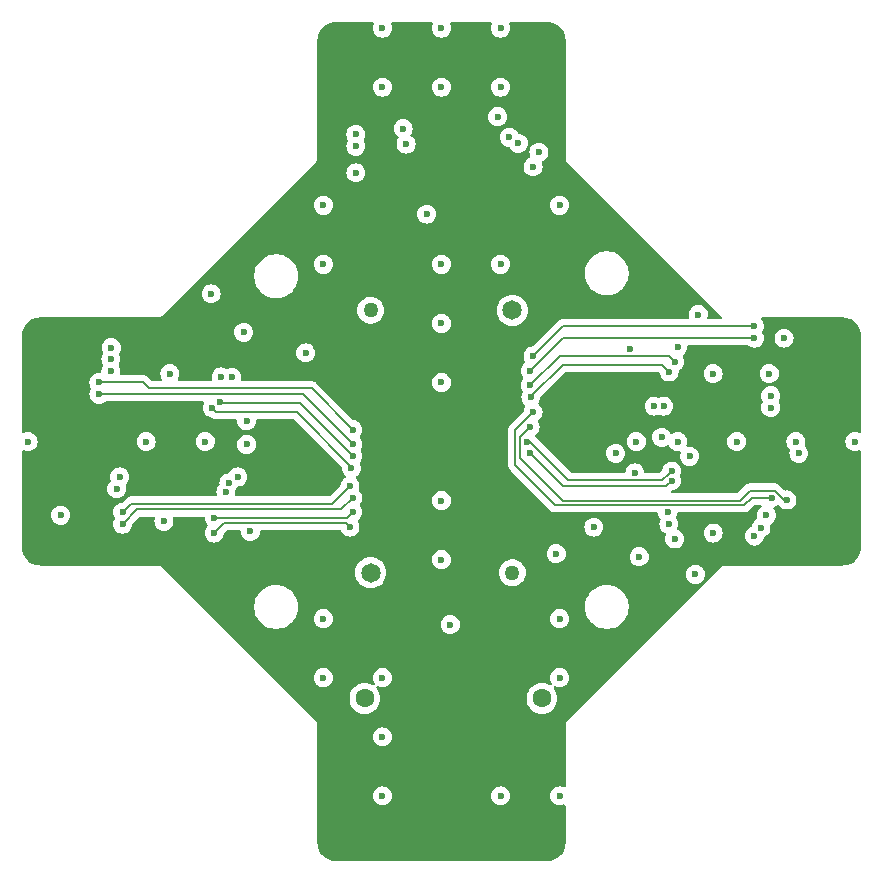
<source format=gbr>
%TF.GenerationSoftware,KiCad,Pcbnew,8.0.8*%
%TF.CreationDate,2025-02-10T22:14:38-08:00*%
%TF.ProjectId,CMOD_A7_Lower,434d4f44-5f41-4375-9f4c-6f7765722e6b,rev?*%
%TF.SameCoordinates,Original*%
%TF.FileFunction,Copper,L3,Inr*%
%TF.FilePolarity,Positive*%
%FSLAX46Y46*%
G04 Gerber Fmt 4.6, Leading zero omitted, Abs format (unit mm)*
G04 Created by KiCad (PCBNEW 8.0.8) date 2025-02-10 22:14:38*
%MOMM*%
%LPD*%
G01*
G04 APERTURE LIST*
%TA.AperFunction,ComponentPad*%
%ADD10R,1.600000X1.600000*%
%TD*%
%TA.AperFunction,ComponentPad*%
%ADD11C,1.600000*%
%TD*%
%TA.AperFunction,ComponentPad*%
%ADD12C,1.651000*%
%TD*%
%TA.AperFunction,ComponentPad*%
%ADD13C,1.270000*%
%TD*%
%TA.AperFunction,ViaPad*%
%ADD14C,0.600000*%
%TD*%
%TA.AperFunction,Conductor*%
%ADD15C,0.200000*%
%TD*%
G04 APERTURE END LIST*
D10*
%TO.N,+12V*%
%TO.C,C10*%
X92500000Y-109750000D03*
D11*
%TO.N,GND*%
X94500000Y-109750000D03*
%TD*%
D10*
%TO.N,+12V*%
%TO.C,C9*%
X77500000Y-109750000D03*
D11*
%TO.N,GND*%
X79500000Y-109750000D03*
%TD*%
D12*
%TO.N,N/C*%
%TO.C,J19*%
X91999876Y-76899992D03*
D13*
X91999876Y-99100055D03*
%TD*%
D12*
%TO.N,N/C*%
%TO.C,J18*%
X80000124Y-99100008D03*
D13*
X80000124Y-76899945D03*
%TD*%
D14*
%TO.N,GND*%
X51000000Y-88000000D03*
X86000000Y-53000000D03*
X91000000Y-118000000D03*
X69500000Y-86250000D03*
X107750000Y-77250000D03*
X116000000Y-88000000D03*
X95724999Y-97500000D03*
X86000000Y-93000000D03*
X98900000Y-95250000D03*
X76000000Y-73000000D03*
X96000000Y-68000000D03*
X91000000Y-58000000D03*
X86000000Y-78000000D03*
X86000000Y-98000000D03*
X105750000Y-96250000D03*
X76000000Y-103000000D03*
X111000000Y-88000000D03*
X107000000Y-89250000D03*
X69806305Y-95612933D03*
X66500000Y-75500000D03*
X81000000Y-118000000D03*
X66000000Y-88000000D03*
X96000000Y-103000000D03*
X76000000Y-68000000D03*
X115000000Y-79250000D03*
X121000000Y-88000000D03*
X81000000Y-53000000D03*
X91000000Y-73000000D03*
X102375000Y-90650000D03*
X81000000Y-58000000D03*
X81000000Y-113000000D03*
X86000000Y-73000000D03*
X74500000Y-80500000D03*
X106000000Y-80000000D03*
X81000000Y-108000000D03*
X96000000Y-108000000D03*
X106000000Y-88000000D03*
X90750000Y-60500000D03*
X61000000Y-88000000D03*
X104650000Y-87650000D03*
X86000000Y-83000000D03*
X86000000Y-58000000D03*
X107500000Y-99250000D03*
X91000000Y-53000000D03*
X102000000Y-80150000D03*
X76000000Y-108000000D03*
X116250000Y-89000000D03*
X96000000Y-118000000D03*
X100750000Y-89000000D03*
%TO.N,+3.3V*%
X109000000Y-95750000D03*
X102750000Y-97750000D03*
X63000000Y-82250000D03*
X86750000Y-103500000D03*
X109000000Y-82250000D03*
X113500000Y-94250000D03*
X53750000Y-94250000D03*
X102500000Y-88000000D03*
X69500000Y-88250000D03*
X69250000Y-78750000D03*
X113750000Y-82250000D03*
X62500000Y-94750000D03*
X84750000Y-68750000D03*
X58000000Y-82000000D03*
X78750000Y-65250000D03*
%TO.N,/MA_00*%
X58000000Y-81000000D03*
X67349999Y-82520865D03*
%TO.N,/EB_00*%
X57000000Y-83000000D03*
X78500000Y-87000000D03*
%TO.N,/MB_00*%
X68250000Y-82550000D03*
X58049265Y-80049265D03*
%TO.N,/EA_00*%
X57000000Y-84000000D03*
X78500000Y-88250000D03*
%TO.N,/EB_20*%
X93750000Y-80750000D03*
X112500000Y-78250000D03*
%TO.N,/MB_20*%
X104000000Y-85000000D03*
X113872932Y-85123507D03*
%TO.N,/MA_20*%
X113875000Y-84125000D03*
X104800003Y-85000000D03*
%TO.N,/EA_20*%
X93500000Y-82000000D03*
X112500000Y-79250000D03*
%TO.N,/EB_01*%
X78500000Y-89250000D03*
X67233003Y-84666614D03*
%TO.N,/EA_01*%
X78375000Y-90250000D03*
X66594205Y-85148217D03*
%TO.N,/EA_21*%
X93565300Y-84250000D03*
X105271382Y-82113531D03*
%TO.N,/EB_21*%
X105750000Y-81250000D03*
X93500000Y-83250000D03*
%TO.N,/EA_10*%
X78500000Y-92750000D03*
X59000000Y-95000000D03*
%TO.N,/EB_10*%
X59000000Y-94000000D03*
X78250000Y-91750000D03*
%TO.N,/MB_10*%
X58750000Y-91000000D03*
X68000000Y-91500000D03*
%TO.N,/MA_10*%
X58500000Y-92000000D03*
X67747017Y-92258949D03*
%TO.N,/MA_30*%
X113049265Y-95299265D03*
X105149999Y-94007224D03*
%TO.N,/EA_30*%
X93500000Y-86750000D03*
X115250000Y-92950000D03*
%TO.N,/MB_30*%
X105250000Y-95000000D03*
X112500000Y-96000000D03*
%TO.N,/EB_30*%
X113949997Y-92750000D03*
X93750000Y-85500000D03*
%TO.N,/EA_11*%
X66750000Y-95750000D03*
X78250000Y-95250000D03*
%TO.N,/EB_11*%
X78500000Y-94000000D03*
X66750000Y-94500000D03*
%TO.N,/EB_31*%
X105500000Y-90500000D03*
X93250000Y-88000000D03*
%TO.N,/EA_31*%
X93500000Y-89000000D03*
X105475737Y-91324266D03*
%TO.N,/SW_00*%
X78750000Y-62000000D03*
%TO.N,/SW_01*%
X78750000Y-63000000D03*
%TO.N,/SW_10*%
X82750000Y-61500000D03*
%TO.N,/SW_11*%
X83000000Y-62827500D03*
X68750000Y-91000000D03*
%TO.N,/SW_20*%
X93750000Y-64750000D03*
%TO.N,/SW_21*%
X91750000Y-62250000D03*
%TO.N,/SW_30*%
X94250000Y-63500000D03*
%TO.N,/SW_31*%
X92500000Y-62750000D03*
%TO.N,+12V*%
X79500000Y-102750000D03*
X80500000Y-103750000D03*
X79500000Y-104750000D03*
X100800000Y-97550000D03*
X72500000Y-90750000D03*
X71000000Y-79000000D03*
X81500000Y-104750000D03*
X99950000Y-85500000D03*
%TD*%
D15*
%TO.N,/EB_00*%
X60750000Y-83000000D02*
X61250000Y-83500000D01*
X75000000Y-83500000D02*
X78500000Y-87000000D01*
X61250000Y-83500000D02*
X75000000Y-83500000D01*
X57000000Y-83000000D02*
X60750000Y-83000000D01*
%TO.N,/EA_00*%
X57000000Y-84000000D02*
X74250000Y-84000000D01*
X74250000Y-84000000D02*
X78500000Y-88250000D01*
%TO.N,/EB_20*%
X96250000Y-78250000D02*
X112500000Y-78250000D01*
X93750000Y-80750000D02*
X96250000Y-78250000D01*
%TO.N,/EA_20*%
X112500000Y-79250000D02*
X96250000Y-79250000D01*
X96250000Y-79250000D02*
X93500000Y-82000000D01*
%TO.N,/EB_01*%
X74000000Y-84750000D02*
X78500000Y-89250000D01*
X67233003Y-84666614D02*
X67316389Y-84750000D01*
X67316389Y-84750000D02*
X74000000Y-84750000D01*
%TO.N,/EA_01*%
X73750000Y-85500000D02*
X78375000Y-90125000D01*
X66945988Y-85500000D02*
X73750000Y-85500000D01*
X66594205Y-85148217D02*
X66945988Y-85500000D01*
X78375000Y-90125000D02*
X78375000Y-90250000D01*
%TO.N,/EA_21*%
X93565300Y-84184700D02*
X93565300Y-84250000D01*
X104657851Y-81500000D02*
X96250000Y-81500000D01*
X105271382Y-82113531D02*
X104657851Y-81500000D01*
X96250000Y-81500000D02*
X93565300Y-84184700D01*
%TO.N,/EB_21*%
X93500000Y-83250000D02*
X96000000Y-80750000D01*
X96000000Y-80750000D02*
X105250000Y-80750000D01*
X105250000Y-80750000D02*
X105750000Y-81250000D01*
%TO.N,/EA_10*%
X60250000Y-93750000D02*
X59000000Y-95000000D01*
X78500000Y-92750000D02*
X77500000Y-93750000D01*
X77500000Y-93750000D02*
X60250000Y-93750000D01*
%TO.N,/EB_10*%
X78250000Y-91750000D02*
X76750000Y-93250000D01*
X59750000Y-93250000D02*
X59000000Y-94000000D01*
X76750000Y-93250000D02*
X59750000Y-93250000D01*
%TO.N,/EA_30*%
X115250000Y-92950000D02*
X114998526Y-92950000D01*
X114998526Y-92950000D02*
X114198526Y-92150000D01*
X92650000Y-87600000D02*
X93500000Y-86750000D01*
X111250000Y-93000000D02*
X96250000Y-93000000D01*
X112100000Y-92150000D02*
X111250000Y-93000000D01*
X114198526Y-92150000D02*
X112100000Y-92150000D01*
X96250000Y-93000000D02*
X92650000Y-89400000D01*
X92650000Y-89400000D02*
X92650000Y-87600000D01*
%TO.N,/EB_30*%
X95650000Y-93400000D02*
X92250000Y-90000000D01*
X113949997Y-92750000D02*
X112250000Y-92750000D01*
X111600000Y-93400000D02*
X95650000Y-93400000D01*
X92250000Y-87000000D02*
X93750000Y-85500000D01*
X112250000Y-92750000D02*
X111600000Y-93400000D01*
X92250000Y-90000000D02*
X92250000Y-87000000D01*
%TO.N,/EA_11*%
X78250000Y-95250000D02*
X77900000Y-94900000D01*
X77900000Y-94900000D02*
X67600000Y-94900000D01*
X67600000Y-94900000D02*
X66750000Y-95750000D01*
%TO.N,/EB_11*%
X78500000Y-94000000D02*
X78000000Y-94500000D01*
X78000000Y-94500000D02*
X66750000Y-94500000D01*
%TO.N,/EB_31*%
X104701474Y-91250000D02*
X96750000Y-91250000D01*
X93500000Y-88000000D02*
X93250000Y-88000000D01*
X105500000Y-90500000D02*
X105275734Y-90724266D01*
X105227208Y-90724266D02*
X104701474Y-91250000D01*
X96750000Y-91250000D02*
X93500000Y-88000000D01*
X105275734Y-90724266D02*
X105227208Y-90724266D01*
%TO.N,/EA_31*%
X105050003Y-91750000D02*
X96250000Y-91750000D01*
X96250000Y-91750000D02*
X93500000Y-89000000D01*
X105475737Y-91324266D02*
X105050003Y-91750000D01*
%TD*%
%TA.AperFunction,Conductor*%
%TO.N,+12V*%
G36*
X80218967Y-52520185D02*
G01*
X80264722Y-52572989D01*
X80274666Y-52642147D01*
X80268970Y-52665454D01*
X80214632Y-52820742D01*
X80214630Y-52820750D01*
X80194435Y-52999996D01*
X80194435Y-53000003D01*
X80214630Y-53179249D01*
X80214631Y-53179254D01*
X80274211Y-53349523D01*
X80296748Y-53385390D01*
X80370184Y-53502262D01*
X80497738Y-53629816D01*
X80650478Y-53725789D01*
X80799491Y-53777931D01*
X80820745Y-53785368D01*
X80820750Y-53785369D01*
X80999996Y-53805565D01*
X81000000Y-53805565D01*
X81000004Y-53805565D01*
X81179249Y-53785369D01*
X81179252Y-53785368D01*
X81179255Y-53785368D01*
X81349522Y-53725789D01*
X81502262Y-53629816D01*
X81629816Y-53502262D01*
X81725789Y-53349522D01*
X81785368Y-53179255D01*
X81785369Y-53179249D01*
X81805565Y-53000003D01*
X81805565Y-52999996D01*
X81785369Y-52820750D01*
X81785367Y-52820742D01*
X81731030Y-52665454D01*
X81727469Y-52595676D01*
X81762198Y-52535048D01*
X81824191Y-52502821D01*
X81848072Y-52500500D01*
X85151928Y-52500500D01*
X85218967Y-52520185D01*
X85264722Y-52572989D01*
X85274666Y-52642147D01*
X85268970Y-52665454D01*
X85214632Y-52820742D01*
X85214630Y-52820750D01*
X85194435Y-52999996D01*
X85194435Y-53000003D01*
X85214630Y-53179249D01*
X85214631Y-53179254D01*
X85274211Y-53349523D01*
X85296748Y-53385390D01*
X85370184Y-53502262D01*
X85497738Y-53629816D01*
X85650478Y-53725789D01*
X85799491Y-53777931D01*
X85820745Y-53785368D01*
X85820750Y-53785369D01*
X85999996Y-53805565D01*
X86000000Y-53805565D01*
X86000004Y-53805565D01*
X86179249Y-53785369D01*
X86179252Y-53785368D01*
X86179255Y-53785368D01*
X86349522Y-53725789D01*
X86502262Y-53629816D01*
X86629816Y-53502262D01*
X86725789Y-53349522D01*
X86785368Y-53179255D01*
X86785369Y-53179249D01*
X86805565Y-53000003D01*
X86805565Y-52999996D01*
X86785369Y-52820750D01*
X86785367Y-52820742D01*
X86731030Y-52665454D01*
X86727469Y-52595676D01*
X86762198Y-52535048D01*
X86824191Y-52502821D01*
X86848072Y-52500500D01*
X90151928Y-52500500D01*
X90218967Y-52520185D01*
X90264722Y-52572989D01*
X90274666Y-52642147D01*
X90268970Y-52665454D01*
X90214632Y-52820742D01*
X90214630Y-52820750D01*
X90194435Y-52999996D01*
X90194435Y-53000003D01*
X90214630Y-53179249D01*
X90214631Y-53179254D01*
X90274211Y-53349523D01*
X90296748Y-53385390D01*
X90370184Y-53502262D01*
X90497738Y-53629816D01*
X90650478Y-53725789D01*
X90799491Y-53777931D01*
X90820745Y-53785368D01*
X90820750Y-53785369D01*
X90999996Y-53805565D01*
X91000000Y-53805565D01*
X91000004Y-53805565D01*
X91179249Y-53785369D01*
X91179252Y-53785368D01*
X91179255Y-53785368D01*
X91349522Y-53725789D01*
X91502262Y-53629816D01*
X91629816Y-53502262D01*
X91725789Y-53349522D01*
X91785368Y-53179255D01*
X91785369Y-53179249D01*
X91805565Y-53000003D01*
X91805565Y-52999996D01*
X91785369Y-52820750D01*
X91785367Y-52820742D01*
X91731030Y-52665454D01*
X91727469Y-52595676D01*
X91762198Y-52535048D01*
X91824191Y-52502821D01*
X91848072Y-52500500D01*
X94934108Y-52500500D01*
X94995572Y-52500500D01*
X95004418Y-52500816D01*
X95204561Y-52515130D01*
X95222063Y-52517647D01*
X95413797Y-52559355D01*
X95430755Y-52564334D01*
X95614609Y-52632909D01*
X95630701Y-52640259D01*
X95802904Y-52734288D01*
X95817784Y-52743849D01*
X95974867Y-52861441D01*
X95988237Y-52873027D01*
X96126972Y-53011762D01*
X96138558Y-53025132D01*
X96256146Y-53182210D01*
X96265711Y-53197095D01*
X96359740Y-53369298D01*
X96367090Y-53385390D01*
X96435662Y-53569236D01*
X96440646Y-53586212D01*
X96482351Y-53777931D01*
X96484869Y-53795442D01*
X96499184Y-53995580D01*
X96499500Y-54004427D01*
X96499500Y-63934108D01*
X96499500Y-64065892D01*
X96499501Y-64065894D01*
X96533608Y-64193187D01*
X96552431Y-64225789D01*
X96599500Y-64307314D01*
X96599501Y-64307315D01*
X96599502Y-64307316D01*
X109595159Y-77302972D01*
X109595169Y-77302983D01*
X109599500Y-77307314D01*
X109692686Y-77400500D01*
X109723193Y-77418113D01*
X109771408Y-77468681D01*
X109784630Y-77537288D01*
X109758662Y-77602152D01*
X109701748Y-77642680D01*
X109661192Y-77649500D01*
X108633063Y-77649500D01*
X108566024Y-77629815D01*
X108520269Y-77577011D01*
X108510325Y-77507853D01*
X108516022Y-77484545D01*
X108535366Y-77429262D01*
X108535369Y-77429249D01*
X108555565Y-77250003D01*
X108555565Y-77249996D01*
X108535369Y-77070750D01*
X108535368Y-77070745D01*
X108475788Y-76900476D01*
X108379815Y-76747737D01*
X108252262Y-76620184D01*
X108099523Y-76524211D01*
X107929254Y-76464631D01*
X107929249Y-76464630D01*
X107750004Y-76444435D01*
X107749996Y-76444435D01*
X107570750Y-76464630D01*
X107570745Y-76464631D01*
X107400476Y-76524211D01*
X107247737Y-76620184D01*
X107120184Y-76747737D01*
X107024211Y-76900476D01*
X106964631Y-77070745D01*
X106964630Y-77070750D01*
X106944435Y-77249996D01*
X106944435Y-77250003D01*
X106964630Y-77429249D01*
X106964633Y-77429262D01*
X106983978Y-77484545D01*
X106987540Y-77554324D01*
X106952812Y-77614951D01*
X106890818Y-77647179D01*
X106866937Y-77649500D01*
X96336669Y-77649500D01*
X96336653Y-77649499D01*
X96329057Y-77649499D01*
X96170943Y-77649499D01*
X96063587Y-77678265D01*
X96018210Y-77690424D01*
X96018209Y-77690425D01*
X95983066Y-77710716D01*
X95983064Y-77710717D01*
X95881290Y-77769475D01*
X95881282Y-77769481D01*
X95769478Y-77881286D01*
X93731465Y-79919298D01*
X93670142Y-79952783D01*
X93657668Y-79954837D01*
X93570750Y-79964630D01*
X93400478Y-80024210D01*
X93247737Y-80120184D01*
X93120184Y-80247737D01*
X93024211Y-80400476D01*
X92964631Y-80570745D01*
X92964630Y-80570750D01*
X92944435Y-80749996D01*
X92944435Y-80750003D01*
X92964630Y-80929249D01*
X92964631Y-80929254D01*
X93024211Y-81099523D01*
X93072674Y-81176651D01*
X93091674Y-81243888D01*
X93071306Y-81310723D01*
X93033654Y-81347616D01*
X92997736Y-81370185D01*
X92870184Y-81497737D01*
X92774211Y-81650476D01*
X92714631Y-81820745D01*
X92714630Y-81820750D01*
X92694435Y-81999996D01*
X92694435Y-82000003D01*
X92714630Y-82179249D01*
X92714631Y-82179254D01*
X92774211Y-82349523D01*
X92870184Y-82502262D01*
X92905241Y-82537319D01*
X92938726Y-82598642D01*
X92933742Y-82668334D01*
X92905241Y-82712681D01*
X92870184Y-82747737D01*
X92774211Y-82900476D01*
X92714631Y-83070745D01*
X92714630Y-83070750D01*
X92694435Y-83249996D01*
X92694435Y-83250003D01*
X92714630Y-83429249D01*
X92714631Y-83429254D01*
X92774211Y-83599523D01*
X92859959Y-83735989D01*
X92878959Y-83803226D01*
X92859961Y-83867930D01*
X92839509Y-83900481D01*
X92779933Y-84070737D01*
X92779930Y-84070750D01*
X92759735Y-84249996D01*
X92759735Y-84250003D01*
X92779930Y-84429249D01*
X92779931Y-84429254D01*
X92839511Y-84599523D01*
X92897538Y-84691872D01*
X92935484Y-84752262D01*
X93063038Y-84879816D01*
X93063040Y-84879817D01*
X93063832Y-84880449D01*
X93064211Y-84880989D01*
X93067962Y-84884740D01*
X93067304Y-84885397D01*
X93103972Y-84937638D01*
X93106821Y-85007450D01*
X93091512Y-85043366D01*
X93024211Y-85150475D01*
X92964630Y-85320750D01*
X92954837Y-85407668D01*
X92927770Y-85472082D01*
X92919298Y-85481465D01*
X91881286Y-86519478D01*
X91769481Y-86631282D01*
X91769479Y-86631285D01*
X91719361Y-86718094D01*
X91719359Y-86718096D01*
X91690425Y-86768209D01*
X91690424Y-86768210D01*
X91690423Y-86768215D01*
X91649499Y-86920943D01*
X91649499Y-86920945D01*
X91649499Y-87089046D01*
X91649500Y-87089059D01*
X91649500Y-89913330D01*
X91649499Y-89913348D01*
X91649499Y-90079054D01*
X91649498Y-90079054D01*
X91690423Y-90231786D01*
X91692997Y-90236243D01*
X91700940Y-90250000D01*
X91741787Y-90320750D01*
X91769479Y-90368714D01*
X91769481Y-90368717D01*
X91888349Y-90487585D01*
X91888355Y-90487590D01*
X95165139Y-93764374D01*
X95165149Y-93764385D01*
X95169479Y-93768715D01*
X95169480Y-93768716D01*
X95281284Y-93880520D01*
X95368095Y-93930639D01*
X95368097Y-93930641D01*
X95406151Y-93952611D01*
X95418215Y-93959577D01*
X95570943Y-94000500D01*
X104232863Y-94000500D01*
X104299902Y-94020185D01*
X104345657Y-94072989D01*
X104356083Y-94110617D01*
X104364629Y-94186473D01*
X104364630Y-94186478D01*
X104424210Y-94356747D01*
X104491998Y-94464630D01*
X104514224Y-94500003D01*
X104523888Y-94515382D01*
X104521668Y-94516776D01*
X104543537Y-94570339D01*
X104530783Y-94639035D01*
X104525183Y-94648930D01*
X104524210Y-94650478D01*
X104464633Y-94820737D01*
X104464630Y-94820750D01*
X104444435Y-94999996D01*
X104444435Y-95000003D01*
X104464630Y-95179249D01*
X104464631Y-95179254D01*
X104524211Y-95349523D01*
X104603549Y-95475788D01*
X104620184Y-95502262D01*
X104747738Y-95629816D01*
X104900476Y-95725788D01*
X104900478Y-95725789D01*
X104948129Y-95742463D01*
X105004905Y-95783185D01*
X105030653Y-95848138D01*
X105024217Y-95900459D01*
X104964632Y-96070742D01*
X104964630Y-96070750D01*
X104944435Y-96249996D01*
X104944435Y-96250003D01*
X104964630Y-96429249D01*
X104964631Y-96429254D01*
X105024211Y-96599523D01*
X105083849Y-96694435D01*
X105120184Y-96752262D01*
X105247738Y-96879816D01*
X105334143Y-96934108D01*
X105382721Y-96964632D01*
X105400478Y-96975789D01*
X105482295Y-97004418D01*
X105570745Y-97035368D01*
X105570750Y-97035369D01*
X105749996Y-97055565D01*
X105750000Y-97055565D01*
X105750004Y-97055565D01*
X105929249Y-97035369D01*
X105929252Y-97035368D01*
X105929255Y-97035368D01*
X106099522Y-96975789D01*
X106252262Y-96879816D01*
X106379816Y-96752262D01*
X106475789Y-96599522D01*
X106535368Y-96429255D01*
X106538856Y-96398301D01*
X106555565Y-96250003D01*
X106555565Y-96249996D01*
X106535369Y-96070750D01*
X106535368Y-96070745D01*
X106497476Y-95962456D01*
X106475789Y-95900478D01*
X106381235Y-95749996D01*
X108194435Y-95749996D01*
X108194435Y-95750003D01*
X108214630Y-95929249D01*
X108214631Y-95929254D01*
X108274211Y-96099523D01*
X108364206Y-96242748D01*
X108370184Y-96252262D01*
X108497738Y-96379816D01*
X108650478Y-96475789D01*
X108820745Y-96535368D01*
X108820750Y-96535369D01*
X108999996Y-96555565D01*
X109000000Y-96555565D01*
X109000004Y-96555565D01*
X109179249Y-96535369D01*
X109179252Y-96535368D01*
X109179255Y-96535368D01*
X109349522Y-96475789D01*
X109502262Y-96379816D01*
X109629816Y-96252262D01*
X109725789Y-96099522D01*
X109785368Y-95929255D01*
X109785388Y-95929080D01*
X109805565Y-95750003D01*
X109805565Y-95749996D01*
X109785369Y-95570750D01*
X109785368Y-95570745D01*
X109747287Y-95461917D01*
X109725789Y-95400478D01*
X109629816Y-95247738D01*
X109502262Y-95120184D01*
X109467978Y-95098642D01*
X109349523Y-95024211D01*
X109179254Y-94964631D01*
X109179249Y-94964630D01*
X109000004Y-94944435D01*
X108999996Y-94944435D01*
X108820750Y-94964630D01*
X108820745Y-94964631D01*
X108650476Y-95024211D01*
X108497737Y-95120184D01*
X108370184Y-95247737D01*
X108274211Y-95400476D01*
X108214631Y-95570745D01*
X108214630Y-95570750D01*
X108194435Y-95749996D01*
X106381235Y-95749996D01*
X106379816Y-95747738D01*
X106252262Y-95620184D01*
X106099522Y-95524211D01*
X106099519Y-95524209D01*
X106051868Y-95507535D01*
X105995092Y-95466814D01*
X105969345Y-95401861D01*
X105975782Y-95349538D01*
X105975785Y-95349527D01*
X105975789Y-95349522D01*
X106035368Y-95179255D01*
X106035369Y-95179249D01*
X106055565Y-95000003D01*
X106055565Y-94999996D01*
X106035369Y-94820750D01*
X106035368Y-94820745D01*
X105989365Y-94689276D01*
X105975789Y-94650478D01*
X105974816Y-94648930D01*
X105922690Y-94565971D01*
X105879816Y-94497738D01*
X105879815Y-94497737D01*
X105876111Y-94491842D01*
X105878326Y-94490450D01*
X105856458Y-94436855D01*
X105869227Y-94368162D01*
X105874813Y-94358297D01*
X105875788Y-94356746D01*
X105935367Y-94186479D01*
X105943915Y-94110617D01*
X105970981Y-94046203D01*
X106028576Y-94006648D01*
X106067135Y-94000500D01*
X111513331Y-94000500D01*
X111513347Y-94000501D01*
X111520943Y-94000501D01*
X111679054Y-94000501D01*
X111679057Y-94000501D01*
X111831785Y-93959577D01*
X111881904Y-93930639D01*
X111968716Y-93880520D01*
X112080520Y-93768716D01*
X112080520Y-93768714D01*
X112090728Y-93758507D01*
X112090729Y-93758504D01*
X112462416Y-93386819D01*
X112523739Y-93353334D01*
X112550097Y-93350500D01*
X112996524Y-93350500D01*
X113063563Y-93370185D01*
X113109318Y-93422989D01*
X113119262Y-93492147D01*
X113090237Y-93555703D01*
X113062496Y-93579493D01*
X113047494Y-93588919D01*
X112997737Y-93620184D01*
X112870184Y-93747737D01*
X112774211Y-93900476D01*
X112714631Y-94070745D01*
X112714630Y-94070750D01*
X112694435Y-94249996D01*
X112694435Y-94250003D01*
X112714630Y-94429246D01*
X112714631Y-94429252D01*
X112714631Y-94429254D01*
X112714632Y-94429255D01*
X112717291Y-94436855D01*
X112720658Y-94446475D01*
X112724219Y-94516254D01*
X112689490Y-94576881D01*
X112669589Y-94592422D01*
X112547004Y-94669447D01*
X112419449Y-94797002D01*
X112323475Y-94949743D01*
X112263895Y-95120015D01*
X112259187Y-95161801D01*
X112232119Y-95226215D01*
X112176924Y-95264957D01*
X112150475Y-95274212D01*
X111997737Y-95370184D01*
X111870184Y-95497737D01*
X111774211Y-95650476D01*
X111714631Y-95820745D01*
X111714630Y-95820750D01*
X111694435Y-95999996D01*
X111694435Y-96000003D01*
X111714630Y-96179249D01*
X111714631Y-96179254D01*
X111774211Y-96349523D01*
X111853549Y-96475788D01*
X111870184Y-96502262D01*
X111997738Y-96629816D01*
X112088080Y-96686582D01*
X112132721Y-96714632D01*
X112150478Y-96725789D01*
X112288860Y-96774211D01*
X112320745Y-96785368D01*
X112320750Y-96785369D01*
X112499996Y-96805565D01*
X112500000Y-96805565D01*
X112500004Y-96805565D01*
X112679249Y-96785369D01*
X112679252Y-96785368D01*
X112679255Y-96785368D01*
X112849522Y-96725789D01*
X113002262Y-96629816D01*
X113129816Y-96502262D01*
X113225789Y-96349522D01*
X113285368Y-96179255D01*
X113290076Y-96137464D01*
X113317140Y-96073053D01*
X113372343Y-96034306D01*
X113398787Y-96025054D01*
X113551527Y-95929081D01*
X113679081Y-95801527D01*
X113775054Y-95648787D01*
X113834633Y-95478520D01*
X113840184Y-95429254D01*
X113854830Y-95299268D01*
X113854830Y-95299261D01*
X113834634Y-95120016D01*
X113834633Y-95120014D01*
X113834633Y-95120010D01*
X113828606Y-95102788D01*
X113825044Y-95033013D01*
X113859772Y-94972385D01*
X113879669Y-94956845D01*
X114002262Y-94879816D01*
X114129816Y-94752262D01*
X114225789Y-94599522D01*
X114285368Y-94429255D01*
X114286074Y-94422989D01*
X114305565Y-94250003D01*
X114305565Y-94249996D01*
X114285369Y-94070750D01*
X114285368Y-94070745D01*
X114262939Y-94006648D01*
X114225789Y-93900478D01*
X114129816Y-93747738D01*
X114111893Y-93729815D01*
X114078408Y-93668492D01*
X114083392Y-93598800D01*
X114125264Y-93542867D01*
X114158619Y-93525092D01*
X114161137Y-93524211D01*
X114299519Y-93475789D01*
X114317279Y-93464630D01*
X114336962Y-93452262D01*
X114435022Y-93390646D01*
X114502257Y-93371646D01*
X114569092Y-93392013D01*
X114605987Y-93429668D01*
X114619628Y-93451378D01*
X114620184Y-93452262D01*
X114747738Y-93579816D01*
X114838080Y-93636582D01*
X114860192Y-93650476D01*
X114900478Y-93675789D01*
X115070745Y-93735368D01*
X115070750Y-93735369D01*
X115249996Y-93755565D01*
X115250000Y-93755565D01*
X115250004Y-93755565D01*
X115429249Y-93735369D01*
X115429252Y-93735368D01*
X115429255Y-93735368D01*
X115599522Y-93675789D01*
X115752262Y-93579816D01*
X115879816Y-93452262D01*
X115975789Y-93299522D01*
X116035368Y-93129255D01*
X116049931Y-93000003D01*
X116055565Y-92950003D01*
X116055565Y-92949996D01*
X116035369Y-92770750D01*
X116035368Y-92770745D01*
X115993284Y-92650476D01*
X115975789Y-92600478D01*
X115957106Y-92570745D01*
X115879815Y-92447737D01*
X115752262Y-92320184D01*
X115599523Y-92224211D01*
X115429254Y-92164631D01*
X115429249Y-92164630D01*
X115250004Y-92144435D01*
X115249996Y-92144435D01*
X115122577Y-92158791D01*
X115053755Y-92146736D01*
X115021013Y-92123252D01*
X114686116Y-91788355D01*
X114686114Y-91788352D01*
X114567243Y-91669481D01*
X114567235Y-91669475D01*
X114479315Y-91618715D01*
X114479314Y-91618715D01*
X114450260Y-91601941D01*
X114430311Y-91590423D01*
X114277583Y-91549499D01*
X114119469Y-91549499D01*
X114111873Y-91549499D01*
X114111857Y-91549500D01*
X112186670Y-91549500D01*
X112186654Y-91549499D01*
X112179058Y-91549499D01*
X112020943Y-91549499D01*
X111944579Y-91569961D01*
X111868214Y-91590423D01*
X111868209Y-91590426D01*
X111731290Y-91669475D01*
X111731282Y-91669481D01*
X111037584Y-92363181D01*
X110976261Y-92396666D01*
X110949903Y-92399500D01*
X105549102Y-92399500D01*
X105482063Y-92379815D01*
X105436308Y-92327011D01*
X105426364Y-92257853D01*
X105455389Y-92194297D01*
X105461419Y-92187820D01*
X105494271Y-92154967D01*
X105555594Y-92121481D01*
X105568053Y-92119428D01*
X105654992Y-92109634D01*
X105825259Y-92050055D01*
X105977999Y-91954082D01*
X106105553Y-91826528D01*
X106201526Y-91673788D01*
X106261105Y-91503521D01*
X106261247Y-91502262D01*
X106281302Y-91324269D01*
X106281302Y-91324262D01*
X106261106Y-91145016D01*
X106261103Y-91145003D01*
X106201784Y-90975479D01*
X106198222Y-90905700D01*
X106213833Y-90868549D01*
X106225789Y-90849522D01*
X106285368Y-90679255D01*
X106285369Y-90679249D01*
X106305565Y-90500003D01*
X106305565Y-90499996D01*
X106285369Y-90320750D01*
X106285368Y-90320745D01*
X106260613Y-90250000D01*
X106225789Y-90150478D01*
X106224067Y-90147738D01*
X106180910Y-90079054D01*
X106129816Y-89997738D01*
X106002262Y-89870184D01*
X105993426Y-89864632D01*
X105849523Y-89774211D01*
X105679254Y-89714631D01*
X105679249Y-89714630D01*
X105500004Y-89694435D01*
X105499996Y-89694435D01*
X105320750Y-89714630D01*
X105320745Y-89714631D01*
X105150476Y-89774211D01*
X104997737Y-89870184D01*
X104870184Y-89997737D01*
X104774210Y-90150478D01*
X104714632Y-90320744D01*
X104714632Y-90320745D01*
X104713005Y-90335175D01*
X104710999Y-90352983D01*
X104683930Y-90417396D01*
X104675461Y-90426777D01*
X104489056Y-90613182D01*
X104427736Y-90646666D01*
X104401377Y-90649500D01*
X103291322Y-90649500D01*
X103224283Y-90629815D01*
X103178528Y-90577011D01*
X103168102Y-90539383D01*
X103160369Y-90470750D01*
X103160368Y-90470748D01*
X103160368Y-90470745D01*
X103100789Y-90300478D01*
X103004816Y-90147738D01*
X102877262Y-90020184D01*
X102724523Y-89924211D01*
X102554254Y-89864631D01*
X102554249Y-89864630D01*
X102375004Y-89844435D01*
X102374996Y-89844435D01*
X102195750Y-89864630D01*
X102195745Y-89864631D01*
X102025476Y-89924211D01*
X101872737Y-90020184D01*
X101745184Y-90147737D01*
X101649210Y-90300478D01*
X101589630Y-90470750D01*
X101581898Y-90539383D01*
X101554832Y-90603797D01*
X101497237Y-90643352D01*
X101458678Y-90649500D01*
X97050097Y-90649500D01*
X96983058Y-90629815D01*
X96962416Y-90613181D01*
X95349231Y-88999996D01*
X99944435Y-88999996D01*
X99944435Y-89000003D01*
X99964630Y-89179249D01*
X99964631Y-89179254D01*
X100024211Y-89349523D01*
X100120184Y-89502262D01*
X100247738Y-89629816D01*
X100338080Y-89686582D01*
X100382721Y-89714632D01*
X100400478Y-89725789D01*
X100516043Y-89766227D01*
X100570745Y-89785368D01*
X100570750Y-89785369D01*
X100749996Y-89805565D01*
X100750000Y-89805565D01*
X100750004Y-89805565D01*
X100929249Y-89785369D01*
X100929252Y-89785368D01*
X100929255Y-89785368D01*
X101099522Y-89725789D01*
X101252262Y-89629816D01*
X101379816Y-89502262D01*
X101475789Y-89349522D01*
X101535368Y-89179255D01*
X101535369Y-89179249D01*
X101555565Y-89000003D01*
X101555565Y-88999996D01*
X101535369Y-88820750D01*
X101535368Y-88820745D01*
X101487528Y-88684027D01*
X101475789Y-88650478D01*
X101473974Y-88647590D01*
X101396450Y-88524211D01*
X101379816Y-88497738D01*
X101252262Y-88370184D01*
X101190511Y-88331383D01*
X101099523Y-88274211D01*
X100929254Y-88214631D01*
X100929249Y-88214630D01*
X100750004Y-88194435D01*
X100749996Y-88194435D01*
X100570750Y-88214630D01*
X100570745Y-88214631D01*
X100400476Y-88274211D01*
X100247737Y-88370184D01*
X100120184Y-88497737D01*
X100024211Y-88650476D01*
X99964631Y-88820745D01*
X99964630Y-88820750D01*
X99944435Y-88999996D01*
X95349231Y-88999996D01*
X94349231Y-87999996D01*
X101694435Y-87999996D01*
X101694435Y-88000003D01*
X101714630Y-88179249D01*
X101714631Y-88179254D01*
X101774211Y-88349523D01*
X101840842Y-88455565D01*
X101870184Y-88502262D01*
X101997738Y-88629816D01*
X102150478Y-88725789D01*
X102308353Y-88781032D01*
X102320745Y-88785368D01*
X102320750Y-88785369D01*
X102499996Y-88805565D01*
X102500000Y-88805565D01*
X102500004Y-88805565D01*
X102679249Y-88785369D01*
X102679252Y-88785368D01*
X102679255Y-88785368D01*
X102849522Y-88725789D01*
X103002262Y-88629816D01*
X103129816Y-88502262D01*
X103225789Y-88349522D01*
X103285368Y-88179255D01*
X103285369Y-88179249D01*
X103305565Y-88000003D01*
X103305565Y-87999996D01*
X103285369Y-87820750D01*
X103285368Y-87820745D01*
X103225788Y-87650476D01*
X103225486Y-87649996D01*
X103844435Y-87649996D01*
X103844435Y-87650003D01*
X103864630Y-87829249D01*
X103864631Y-87829254D01*
X103924211Y-87999523D01*
X104020184Y-88152262D01*
X104147738Y-88279816D01*
X104170667Y-88294223D01*
X104291557Y-88370184D01*
X104300478Y-88375789D01*
X104370558Y-88400311D01*
X104470745Y-88435368D01*
X104470750Y-88435369D01*
X104649996Y-88455565D01*
X104650000Y-88455565D01*
X104650004Y-88455565D01*
X104829249Y-88435369D01*
X104829252Y-88435368D01*
X104829255Y-88435368D01*
X104999522Y-88375789D01*
X105008443Y-88370184D01*
X105103295Y-88310584D01*
X105170532Y-88291583D01*
X105237367Y-88311950D01*
X105274261Y-88349604D01*
X105370182Y-88502260D01*
X105370184Y-88502262D01*
X105497738Y-88629816D01*
X105650478Y-88725789D01*
X105808353Y-88781032D01*
X105820745Y-88785368D01*
X105820750Y-88785369D01*
X105999996Y-88805565D01*
X106000000Y-88805565D01*
X106000003Y-88805565D01*
X106123935Y-88791601D01*
X106192757Y-88803655D01*
X106244137Y-88851004D01*
X106261761Y-88918615D01*
X106254861Y-88955775D01*
X106214632Y-89070742D01*
X106214630Y-89070750D01*
X106194435Y-89249996D01*
X106194435Y-89250003D01*
X106214630Y-89429249D01*
X106214631Y-89429254D01*
X106274211Y-89599523D01*
X106333849Y-89694435D01*
X106370184Y-89752262D01*
X106497738Y-89879816D01*
X106650478Y-89975789D01*
X106713202Y-89997737D01*
X106820745Y-90035368D01*
X106820750Y-90035369D01*
X106999996Y-90055565D01*
X107000000Y-90055565D01*
X107000004Y-90055565D01*
X107179249Y-90035369D01*
X107179252Y-90035368D01*
X107179255Y-90035368D01*
X107349522Y-89975789D01*
X107502262Y-89879816D01*
X107629816Y-89752262D01*
X107725789Y-89599522D01*
X107785368Y-89429255D01*
X107805565Y-89250000D01*
X107797593Y-89179249D01*
X107785369Y-89070750D01*
X107785368Y-89070745D01*
X107725788Y-88900476D01*
X107677854Y-88824190D01*
X107629816Y-88747738D01*
X107502262Y-88620184D01*
X107464173Y-88596251D01*
X107349523Y-88524211D01*
X107179254Y-88464631D01*
X107179249Y-88464630D01*
X107000004Y-88444435D01*
X106999996Y-88444435D01*
X106876063Y-88458398D01*
X106807241Y-88446343D01*
X106755862Y-88398994D01*
X106738238Y-88331383D01*
X106745139Y-88294223D01*
X106785366Y-88179262D01*
X106785369Y-88179249D01*
X106805565Y-88000003D01*
X106805565Y-87999996D01*
X110194435Y-87999996D01*
X110194435Y-88000003D01*
X110214630Y-88179249D01*
X110214631Y-88179254D01*
X110274211Y-88349523D01*
X110340842Y-88455565D01*
X110370184Y-88502262D01*
X110497738Y-88629816D01*
X110650478Y-88725789D01*
X110808353Y-88781032D01*
X110820745Y-88785368D01*
X110820750Y-88785369D01*
X110999996Y-88805565D01*
X111000000Y-88805565D01*
X111000004Y-88805565D01*
X111179249Y-88785369D01*
X111179252Y-88785368D01*
X111179255Y-88785368D01*
X111349522Y-88725789D01*
X111502262Y-88629816D01*
X111629816Y-88502262D01*
X111725789Y-88349522D01*
X111785368Y-88179255D01*
X111785369Y-88179249D01*
X111805565Y-88000003D01*
X111805565Y-87999996D01*
X115194435Y-87999996D01*
X115194435Y-88000003D01*
X115214630Y-88179249D01*
X115214631Y-88179254D01*
X115274211Y-88349523D01*
X115370184Y-88502262D01*
X115467610Y-88599688D01*
X115501095Y-88661011D01*
X115496971Y-88728323D01*
X115464632Y-88820742D01*
X115464630Y-88820750D01*
X115444435Y-88999996D01*
X115444435Y-89000003D01*
X115464630Y-89179249D01*
X115464631Y-89179254D01*
X115524211Y-89349523D01*
X115620184Y-89502262D01*
X115747738Y-89629816D01*
X115838080Y-89686582D01*
X115882721Y-89714632D01*
X115900478Y-89725789D01*
X116016043Y-89766227D01*
X116070745Y-89785368D01*
X116070750Y-89785369D01*
X116249996Y-89805565D01*
X116250000Y-89805565D01*
X116250004Y-89805565D01*
X116429249Y-89785369D01*
X116429252Y-89785368D01*
X116429255Y-89785368D01*
X116599522Y-89725789D01*
X116752262Y-89629816D01*
X116879816Y-89502262D01*
X116975789Y-89349522D01*
X117035368Y-89179255D01*
X117035369Y-89179249D01*
X117055565Y-89000003D01*
X117055565Y-88999996D01*
X117035369Y-88820750D01*
X117035368Y-88820745D01*
X116987528Y-88684027D01*
X116975789Y-88650478D01*
X116973974Y-88647590D01*
X116896450Y-88524211D01*
X116879816Y-88497738D01*
X116782389Y-88400311D01*
X116748904Y-88338988D01*
X116753029Y-88271674D01*
X116785367Y-88179259D01*
X116785369Y-88179249D01*
X116805565Y-88000003D01*
X116805565Y-87999996D01*
X116785369Y-87820750D01*
X116785368Y-87820745D01*
X116725788Y-87650476D01*
X116685340Y-87586104D01*
X116629816Y-87497738D01*
X116502262Y-87370184D01*
X116453297Y-87339417D01*
X116349523Y-87274211D01*
X116179254Y-87214631D01*
X116179249Y-87214630D01*
X116000004Y-87194435D01*
X115999996Y-87194435D01*
X115820750Y-87214630D01*
X115820745Y-87214631D01*
X115650476Y-87274211D01*
X115497737Y-87370184D01*
X115370184Y-87497737D01*
X115274211Y-87650476D01*
X115214631Y-87820745D01*
X115214630Y-87820750D01*
X115194435Y-87999996D01*
X111805565Y-87999996D01*
X111785369Y-87820750D01*
X111785368Y-87820745D01*
X111725788Y-87650476D01*
X111685340Y-87586104D01*
X111629816Y-87497738D01*
X111502262Y-87370184D01*
X111453297Y-87339417D01*
X111349523Y-87274211D01*
X111179254Y-87214631D01*
X111179249Y-87214630D01*
X111000004Y-87194435D01*
X110999996Y-87194435D01*
X110820750Y-87214630D01*
X110820745Y-87214631D01*
X110650476Y-87274211D01*
X110497737Y-87370184D01*
X110370184Y-87497737D01*
X110274211Y-87650476D01*
X110214631Y-87820745D01*
X110214630Y-87820750D01*
X110194435Y-87999996D01*
X106805565Y-87999996D01*
X106785369Y-87820750D01*
X106785368Y-87820745D01*
X106725788Y-87650476D01*
X106685340Y-87586104D01*
X106629816Y-87497738D01*
X106502262Y-87370184D01*
X106453297Y-87339417D01*
X106349523Y-87274211D01*
X106179254Y-87214631D01*
X106179249Y-87214630D01*
X106000004Y-87194435D01*
X105999996Y-87194435D01*
X105820750Y-87214630D01*
X105820745Y-87214631D01*
X105650476Y-87274211D01*
X105546703Y-87339417D01*
X105479466Y-87358417D01*
X105412631Y-87338049D01*
X105375737Y-87300395D01*
X105321847Y-87214630D01*
X105279816Y-87147738D01*
X105152262Y-87020184D01*
X105120144Y-87000003D01*
X104999523Y-86924211D01*
X104829254Y-86864631D01*
X104829249Y-86864630D01*
X104650004Y-86844435D01*
X104649996Y-86844435D01*
X104470750Y-86864630D01*
X104470745Y-86864631D01*
X104300476Y-86924211D01*
X104147737Y-87020184D01*
X104020184Y-87147737D01*
X103924211Y-87300476D01*
X103864631Y-87470745D01*
X103864630Y-87470750D01*
X103844435Y-87649996D01*
X103225486Y-87649996D01*
X103185340Y-87586104D01*
X103129816Y-87497738D01*
X103002262Y-87370184D01*
X102953297Y-87339417D01*
X102849523Y-87274211D01*
X102679254Y-87214631D01*
X102679249Y-87214630D01*
X102500004Y-87194435D01*
X102499996Y-87194435D01*
X102320750Y-87214630D01*
X102320745Y-87214631D01*
X102150476Y-87274211D01*
X101997737Y-87370184D01*
X101870184Y-87497737D01*
X101774211Y-87650476D01*
X101714631Y-87820745D01*
X101714630Y-87820750D01*
X101694435Y-87999996D01*
X94349231Y-87999996D01*
X93987590Y-87638355D01*
X93987588Y-87638352D01*
X93945220Y-87595984D01*
X93927934Y-87574318D01*
X93927350Y-87573388D01*
X93908324Y-87506162D01*
X93928664Y-87439318D01*
X93966345Y-87402383D01*
X94002262Y-87379816D01*
X94129816Y-87252262D01*
X94225789Y-87099522D01*
X94285368Y-86929255D01*
X94285369Y-86929249D01*
X94305565Y-86750003D01*
X94305565Y-86749996D01*
X94285369Y-86570750D01*
X94285368Y-86570745D01*
X94259821Y-86497737D01*
X94225789Y-86400478D01*
X94177325Y-86323348D01*
X94158325Y-86256112D01*
X94178693Y-86189276D01*
X94216348Y-86152382D01*
X94218255Y-86151183D01*
X94252262Y-86129816D01*
X94379816Y-86002262D01*
X94475789Y-85849522D01*
X94535368Y-85679255D01*
X94535369Y-85679249D01*
X94555565Y-85500003D01*
X94555565Y-85499996D01*
X94535369Y-85320750D01*
X94535368Y-85320745D01*
X94529073Y-85302756D01*
X94475789Y-85150478D01*
X94474368Y-85148217D01*
X94381237Y-85000000D01*
X94381234Y-84999996D01*
X103194435Y-84999996D01*
X103194435Y-85000003D01*
X103214630Y-85179249D01*
X103214631Y-85179254D01*
X103274211Y-85349523D01*
X103337838Y-85450784D01*
X103370184Y-85502262D01*
X103497738Y-85629816D01*
X103530623Y-85650479D01*
X103646817Y-85723489D01*
X103650478Y-85725789D01*
X103729163Y-85753322D01*
X103820745Y-85785368D01*
X103820750Y-85785369D01*
X103999996Y-85805565D01*
X104000000Y-85805565D01*
X104000004Y-85805565D01*
X104179249Y-85785369D01*
X104179251Y-85785368D01*
X104179255Y-85785368D01*
X104179258Y-85785366D01*
X104179262Y-85785366D01*
X104356095Y-85723489D01*
X104356846Y-85725637D01*
X104415128Y-85716035D01*
X104443592Y-85724391D01*
X104443908Y-85723489D01*
X104620748Y-85785368D01*
X104620753Y-85785369D01*
X104799999Y-85805565D01*
X104800003Y-85805565D01*
X104800007Y-85805565D01*
X104979252Y-85785369D01*
X104979255Y-85785368D01*
X104979258Y-85785368D01*
X105149525Y-85725789D01*
X105302265Y-85629816D01*
X105429819Y-85502262D01*
X105525792Y-85349522D01*
X105585371Y-85179255D01*
X105585372Y-85179249D01*
X105591653Y-85123503D01*
X113067367Y-85123503D01*
X113067367Y-85123510D01*
X113087562Y-85302756D01*
X113087563Y-85302761D01*
X113147143Y-85473030D01*
X113165511Y-85502262D01*
X113243116Y-85625769D01*
X113370670Y-85753323D01*
X113523410Y-85849296D01*
X113693677Y-85908875D01*
X113693682Y-85908876D01*
X113872928Y-85929072D01*
X113872932Y-85929072D01*
X113872936Y-85929072D01*
X114052181Y-85908876D01*
X114052184Y-85908875D01*
X114052187Y-85908875D01*
X114222454Y-85849296D01*
X114375194Y-85753323D01*
X114502748Y-85625769D01*
X114598721Y-85473029D01*
X114658300Y-85302762D01*
X114672216Y-85179254D01*
X114678497Y-85123510D01*
X114678497Y-85123503D01*
X114658301Y-84944257D01*
X114658300Y-84944252D01*
X114598720Y-84773982D01*
X114547126Y-84691872D01*
X114528125Y-84624635D01*
X114547126Y-84559926D01*
X114600788Y-84474524D01*
X114600789Y-84474522D01*
X114660368Y-84304255D01*
X114663494Y-84276510D01*
X114680565Y-84125003D01*
X114680565Y-84124996D01*
X114660369Y-83945750D01*
X114660368Y-83945745D01*
X114616630Y-83820750D01*
X114600789Y-83775478D01*
X114586201Y-83752262D01*
X114509263Y-83629816D01*
X114504816Y-83622738D01*
X114377262Y-83495184D01*
X114224523Y-83399211D01*
X114054254Y-83339631D01*
X114054249Y-83339630D01*
X113875004Y-83319435D01*
X113874996Y-83319435D01*
X113695750Y-83339630D01*
X113695745Y-83339631D01*
X113525476Y-83399211D01*
X113372737Y-83495184D01*
X113245184Y-83622737D01*
X113149211Y-83775476D01*
X113089631Y-83945745D01*
X113089630Y-83945750D01*
X113069435Y-84124996D01*
X113069435Y-84125003D01*
X113089630Y-84304249D01*
X113089631Y-84304254D01*
X113149211Y-84474523D01*
X113200806Y-84556635D01*
X113219806Y-84623871D01*
X113200807Y-84688578D01*
X113147140Y-84773989D01*
X113087565Y-84944244D01*
X113087562Y-84944257D01*
X113067367Y-85123503D01*
X105591653Y-85123503D01*
X105605568Y-85000003D01*
X105605568Y-84999996D01*
X105585372Y-84820750D01*
X105585371Y-84820745D01*
X105525791Y-84650476D01*
X105466826Y-84556635D01*
X105429819Y-84497738D01*
X105302265Y-84370184D01*
X105269382Y-84349522D01*
X105149526Y-84274211D01*
X104979257Y-84214631D01*
X104979252Y-84214630D01*
X104800007Y-84194435D01*
X104799999Y-84194435D01*
X104620753Y-84214630D01*
X104620740Y-84214633D01*
X104443909Y-84276510D01*
X104443160Y-84274369D01*
X104384824Y-84283958D01*
X104356408Y-84275611D01*
X104356094Y-84276510D01*
X104179262Y-84214633D01*
X104179249Y-84214630D01*
X104000004Y-84194435D01*
X103999996Y-84194435D01*
X103820750Y-84214630D01*
X103820745Y-84214631D01*
X103650476Y-84274211D01*
X103497737Y-84370184D01*
X103370184Y-84497737D01*
X103274211Y-84650476D01*
X103214631Y-84820745D01*
X103214630Y-84820750D01*
X103194435Y-84999996D01*
X94381234Y-84999996D01*
X94379816Y-84997738D01*
X94252262Y-84870184D01*
X94252260Y-84870182D01*
X94251465Y-84869548D01*
X94251085Y-84869007D01*
X94247338Y-84865260D01*
X94247994Y-84864603D01*
X94211326Y-84812359D01*
X94208479Y-84742547D01*
X94223787Y-84706632D01*
X94291089Y-84599522D01*
X94350668Y-84429255D01*
X94359652Y-84349522D01*
X94368754Y-84268739D01*
X94395820Y-84204325D01*
X94404293Y-84194941D01*
X96462416Y-82136819D01*
X96523739Y-82103334D01*
X96550097Y-82100500D01*
X104353535Y-82100500D01*
X104420574Y-82120185D01*
X104466329Y-82172989D01*
X104476755Y-82210616D01*
X104486012Y-82292780D01*
X104545592Y-82463052D01*
X104592257Y-82537319D01*
X104641566Y-82615793D01*
X104769120Y-82743347D01*
X104921860Y-82839320D01*
X105037588Y-82879815D01*
X105092127Y-82898899D01*
X105092132Y-82898900D01*
X105271378Y-82919096D01*
X105271382Y-82919096D01*
X105271386Y-82919096D01*
X105450631Y-82898900D01*
X105450634Y-82898899D01*
X105450637Y-82898899D01*
X105620904Y-82839320D01*
X105773644Y-82743347D01*
X105901198Y-82615793D01*
X105997171Y-82463053D01*
X106056750Y-82292786D01*
X106060686Y-82257853D01*
X106061571Y-82249996D01*
X108194435Y-82249996D01*
X108194435Y-82250003D01*
X108214630Y-82429249D01*
X108214631Y-82429254D01*
X108274211Y-82599523D01*
X108355724Y-82729249D01*
X108370184Y-82752262D01*
X108497738Y-82879816D01*
X108560252Y-82919096D01*
X108618019Y-82955394D01*
X108650478Y-82975789D01*
X108719678Y-83000003D01*
X108820745Y-83035368D01*
X108820750Y-83035369D01*
X108999996Y-83055565D01*
X109000000Y-83055565D01*
X109000004Y-83055565D01*
X109179249Y-83035369D01*
X109179252Y-83035368D01*
X109179255Y-83035368D01*
X109349522Y-82975789D01*
X109502262Y-82879816D01*
X109629816Y-82752262D01*
X109725789Y-82599522D01*
X109785368Y-82429255D01*
X109788721Y-82399499D01*
X109805565Y-82250003D01*
X109805565Y-82249996D01*
X112944435Y-82249996D01*
X112944435Y-82250003D01*
X112964630Y-82429249D01*
X112964631Y-82429254D01*
X113024211Y-82599523D01*
X113105724Y-82729249D01*
X113120184Y-82752262D01*
X113247738Y-82879816D01*
X113310252Y-82919096D01*
X113368019Y-82955394D01*
X113400478Y-82975789D01*
X113469678Y-83000003D01*
X113570745Y-83035368D01*
X113570750Y-83035369D01*
X113749996Y-83055565D01*
X113750000Y-83055565D01*
X113750004Y-83055565D01*
X113929249Y-83035369D01*
X113929252Y-83035368D01*
X113929255Y-83035368D01*
X114099522Y-82975789D01*
X114252262Y-82879816D01*
X114379816Y-82752262D01*
X114475789Y-82599522D01*
X114535368Y-82429255D01*
X114538721Y-82399499D01*
X114555565Y-82250003D01*
X114555565Y-82249996D01*
X114535369Y-82070750D01*
X114535368Y-82070745D01*
X114533222Y-82064611D01*
X114475789Y-81900478D01*
X114469864Y-81891049D01*
X114427866Y-81824209D01*
X114379816Y-81747738D01*
X114252262Y-81620184D01*
X114165983Y-81565971D01*
X114099523Y-81524211D01*
X113929254Y-81464631D01*
X113929249Y-81464630D01*
X113750004Y-81444435D01*
X113749996Y-81444435D01*
X113570750Y-81464630D01*
X113570745Y-81464631D01*
X113400476Y-81524211D01*
X113247737Y-81620184D01*
X113120184Y-81747737D01*
X113024211Y-81900476D01*
X112964631Y-82070745D01*
X112964630Y-82070750D01*
X112944435Y-82249996D01*
X109805565Y-82249996D01*
X109785369Y-82070750D01*
X109785368Y-82070745D01*
X109783222Y-82064611D01*
X109725789Y-81900478D01*
X109719864Y-81891049D01*
X109677866Y-81824209D01*
X109629816Y-81747738D01*
X109502262Y-81620184D01*
X109415983Y-81565971D01*
X109349523Y-81524211D01*
X109179254Y-81464631D01*
X109179249Y-81464630D01*
X109000004Y-81444435D01*
X108999996Y-81444435D01*
X108820750Y-81464630D01*
X108820745Y-81464631D01*
X108650476Y-81524211D01*
X108497737Y-81620184D01*
X108370184Y-81747737D01*
X108274211Y-81900476D01*
X108214631Y-82070745D01*
X108214630Y-82070750D01*
X108194435Y-82249996D01*
X106061571Y-82249996D01*
X106076947Y-82113534D01*
X106076947Y-82113531D01*
X106075479Y-82100500D01*
X106072669Y-82075566D01*
X106084722Y-82006747D01*
X106129916Y-81956691D01*
X106252262Y-81879816D01*
X106379816Y-81752262D01*
X106475789Y-81599522D01*
X106535368Y-81429255D01*
X106542024Y-81370184D01*
X106555565Y-81250003D01*
X106555565Y-81249996D01*
X106535369Y-81070750D01*
X106535368Y-81070745D01*
X106510612Y-80999996D01*
X106475789Y-80900478D01*
X106427325Y-80823348D01*
X106408325Y-80756112D01*
X106428693Y-80689276D01*
X106466348Y-80652382D01*
X106469383Y-80650475D01*
X106502262Y-80629816D01*
X106629816Y-80502262D01*
X106725789Y-80349522D01*
X106785368Y-80179255D01*
X106785369Y-80179249D01*
X106805565Y-80000003D01*
X106805565Y-80000001D01*
X106804256Y-79988386D01*
X106816309Y-79919564D01*
X106863657Y-79868184D01*
X106927476Y-79850500D01*
X111917588Y-79850500D01*
X111984627Y-79870185D01*
X111994903Y-79877555D01*
X111997736Y-79879814D01*
X111997738Y-79879816D01*
X112090049Y-79937819D01*
X112142450Y-79970745D01*
X112150478Y-79975789D01*
X112219672Y-80000001D01*
X112320745Y-80035368D01*
X112320750Y-80035369D01*
X112499996Y-80055565D01*
X112500000Y-80055565D01*
X112500004Y-80055565D01*
X112679249Y-80035369D01*
X112679252Y-80035368D01*
X112679255Y-80035368D01*
X112849522Y-79975789D01*
X113002262Y-79879816D01*
X113129816Y-79752262D01*
X113225789Y-79599522D01*
X113285368Y-79429255D01*
X113286473Y-79419449D01*
X113305565Y-79250003D01*
X113305565Y-79249996D01*
X114194435Y-79249996D01*
X114194435Y-79250003D01*
X114214630Y-79429249D01*
X114214631Y-79429254D01*
X114274211Y-79599523D01*
X114333849Y-79694435D01*
X114370184Y-79752262D01*
X114497738Y-79879816D01*
X114588080Y-79936582D01*
X114642450Y-79970745D01*
X114650478Y-79975789D01*
X114719672Y-80000001D01*
X114820745Y-80035368D01*
X114820750Y-80035369D01*
X114999996Y-80055565D01*
X115000000Y-80055565D01*
X115000004Y-80055565D01*
X115179249Y-80035369D01*
X115179252Y-80035368D01*
X115179255Y-80035368D01*
X115349522Y-79975789D01*
X115502262Y-79879816D01*
X115629816Y-79752262D01*
X115725789Y-79599522D01*
X115785368Y-79429255D01*
X115786473Y-79419449D01*
X115805565Y-79250003D01*
X115805565Y-79249996D01*
X115785369Y-79070750D01*
X115785368Y-79070745D01*
X115759067Y-78995581D01*
X115725789Y-78900478D01*
X115629816Y-78747738D01*
X115502262Y-78620184D01*
X115434398Y-78577542D01*
X115349523Y-78524211D01*
X115179254Y-78464631D01*
X115179249Y-78464630D01*
X115000004Y-78444435D01*
X114999996Y-78444435D01*
X114820750Y-78464630D01*
X114820745Y-78464631D01*
X114650476Y-78524211D01*
X114497737Y-78620184D01*
X114370184Y-78747737D01*
X114274211Y-78900476D01*
X114214631Y-79070745D01*
X114214630Y-79070750D01*
X114194435Y-79249996D01*
X113305565Y-79249996D01*
X113285369Y-79070750D01*
X113285368Y-79070745D01*
X113225788Y-78900475D01*
X113172691Y-78815973D01*
X113153690Y-78748736D01*
X113172691Y-78684027D01*
X113225788Y-78599524D01*
X113233480Y-78577542D01*
X113285368Y-78429255D01*
X113285369Y-78429249D01*
X113305565Y-78250003D01*
X113305565Y-78249996D01*
X113285369Y-78070750D01*
X113285368Y-78070745D01*
X113241170Y-77944435D01*
X113225789Y-77900478D01*
X113208540Y-77873027D01*
X113186582Y-77838080D01*
X113129816Y-77747738D01*
X113094259Y-77712181D01*
X113060774Y-77650858D01*
X113065758Y-77581166D01*
X113107630Y-77525233D01*
X113173094Y-77500816D01*
X113181940Y-77500500D01*
X119934108Y-77500500D01*
X119995572Y-77500500D01*
X120004418Y-77500816D01*
X120204561Y-77515130D01*
X120222063Y-77517647D01*
X120413797Y-77559355D01*
X120430755Y-77564334D01*
X120532147Y-77602152D01*
X120614609Y-77632909D01*
X120630701Y-77640259D01*
X120802904Y-77734288D01*
X120817784Y-77743849D01*
X120974867Y-77861441D01*
X120988237Y-77873027D01*
X121126972Y-78011762D01*
X121138558Y-78025132D01*
X121232620Y-78150784D01*
X121256146Y-78182210D01*
X121265711Y-78197095D01*
X121359740Y-78369298D01*
X121367090Y-78385390D01*
X121435662Y-78569236D01*
X121440646Y-78586212D01*
X121482351Y-78777931D01*
X121484869Y-78795442D01*
X121499184Y-78995580D01*
X121499500Y-79004427D01*
X121499500Y-87151928D01*
X121479815Y-87218967D01*
X121427011Y-87264722D01*
X121357853Y-87274666D01*
X121334546Y-87268970D01*
X121179257Y-87214632D01*
X121179249Y-87214630D01*
X121000004Y-87194435D01*
X120999996Y-87194435D01*
X120820750Y-87214630D01*
X120820745Y-87214631D01*
X120650476Y-87274211D01*
X120497737Y-87370184D01*
X120370184Y-87497737D01*
X120274211Y-87650476D01*
X120214631Y-87820745D01*
X120214630Y-87820750D01*
X120194435Y-87999996D01*
X120194435Y-88000003D01*
X120214630Y-88179249D01*
X120214631Y-88179254D01*
X120274211Y-88349523D01*
X120340842Y-88455565D01*
X120370184Y-88502262D01*
X120497738Y-88629816D01*
X120650478Y-88725789D01*
X120808353Y-88781032D01*
X120820745Y-88785368D01*
X120820750Y-88785369D01*
X120999996Y-88805565D01*
X121000000Y-88805565D01*
X121000004Y-88805565D01*
X121179249Y-88785369D01*
X121179251Y-88785368D01*
X121179255Y-88785368D01*
X121179258Y-88785366D01*
X121179262Y-88785366D01*
X121334545Y-88731030D01*
X121404324Y-88727468D01*
X121464951Y-88762196D01*
X121497179Y-88824190D01*
X121499500Y-88848071D01*
X121499500Y-96995572D01*
X121499184Y-97004419D01*
X121484869Y-97204557D01*
X121482351Y-97222068D01*
X121440646Y-97413787D01*
X121435662Y-97430763D01*
X121367090Y-97614609D01*
X121359740Y-97630701D01*
X121265711Y-97802904D01*
X121256146Y-97817789D01*
X121138558Y-97974867D01*
X121126972Y-97988237D01*
X120988237Y-98126972D01*
X120974867Y-98138558D01*
X120817789Y-98256146D01*
X120802904Y-98265711D01*
X120630701Y-98359740D01*
X120614609Y-98367090D01*
X120430763Y-98435662D01*
X120413787Y-98440646D01*
X120222068Y-98482351D01*
X120204557Y-98484869D01*
X120023779Y-98497799D01*
X120004417Y-98499184D01*
X119995572Y-98499500D01*
X109934107Y-98499500D01*
X109841883Y-98524211D01*
X109841882Y-98524210D01*
X109806815Y-98533607D01*
X109806814Y-98533607D01*
X109692686Y-98599500D01*
X109692683Y-98599502D01*
X109599498Y-98692688D01*
X96675245Y-111616940D01*
X96675244Y-111616940D01*
X96675245Y-111616941D01*
X96599500Y-111692686D01*
X96533608Y-111806812D01*
X96499500Y-111934108D01*
X96499500Y-117151928D01*
X96479815Y-117218967D01*
X96427011Y-117264722D01*
X96357853Y-117274666D01*
X96334546Y-117268970D01*
X96179257Y-117214632D01*
X96179249Y-117214630D01*
X96000004Y-117194435D01*
X95999996Y-117194435D01*
X95820750Y-117214630D01*
X95820745Y-117214631D01*
X95650476Y-117274211D01*
X95497737Y-117370184D01*
X95370184Y-117497737D01*
X95274211Y-117650476D01*
X95214631Y-117820745D01*
X95214630Y-117820750D01*
X95194435Y-117999996D01*
X95194435Y-118000003D01*
X95214630Y-118179249D01*
X95214631Y-118179254D01*
X95274211Y-118349523D01*
X95370184Y-118502262D01*
X95497738Y-118629816D01*
X95650478Y-118725789D01*
X95820739Y-118785366D01*
X95820745Y-118785368D01*
X95820750Y-118785369D01*
X95999996Y-118805565D01*
X96000000Y-118805565D01*
X96000004Y-118805565D01*
X96179249Y-118785369D01*
X96179251Y-118785368D01*
X96179255Y-118785368D01*
X96179258Y-118785366D01*
X96179262Y-118785366D01*
X96334545Y-118731030D01*
X96404324Y-118727468D01*
X96464951Y-118762196D01*
X96497179Y-118824190D01*
X96499500Y-118848071D01*
X96499500Y-121995572D01*
X96499184Y-122004419D01*
X96484869Y-122204557D01*
X96482351Y-122222068D01*
X96440646Y-122413787D01*
X96435662Y-122430763D01*
X96367090Y-122614609D01*
X96359740Y-122630701D01*
X96265711Y-122802904D01*
X96256146Y-122817789D01*
X96138558Y-122974867D01*
X96126972Y-122988237D01*
X95988237Y-123126972D01*
X95974867Y-123138558D01*
X95817789Y-123256146D01*
X95802904Y-123265711D01*
X95630701Y-123359740D01*
X95614609Y-123367090D01*
X95430763Y-123435662D01*
X95413787Y-123440646D01*
X95222068Y-123482351D01*
X95204557Y-123484869D01*
X95023779Y-123497799D01*
X95004417Y-123499184D01*
X94995572Y-123499500D01*
X77004428Y-123499500D01*
X76995582Y-123499184D01*
X76973622Y-123497613D01*
X76795442Y-123484869D01*
X76777931Y-123482351D01*
X76586212Y-123440646D01*
X76569236Y-123435662D01*
X76385390Y-123367090D01*
X76369298Y-123359740D01*
X76197095Y-123265711D01*
X76182210Y-123256146D01*
X76025132Y-123138558D01*
X76011762Y-123126972D01*
X75873027Y-122988237D01*
X75861441Y-122974867D01*
X75743849Y-122817784D01*
X75734288Y-122802904D01*
X75640259Y-122630701D01*
X75632909Y-122614609D01*
X75572091Y-122451551D01*
X75564334Y-122430755D01*
X75559355Y-122413797D01*
X75517647Y-122222063D01*
X75515130Y-122204556D01*
X75500816Y-122004418D01*
X75500500Y-121995572D01*
X75500500Y-117999996D01*
X80194435Y-117999996D01*
X80194435Y-118000003D01*
X80214630Y-118179249D01*
X80214631Y-118179254D01*
X80274211Y-118349523D01*
X80370184Y-118502262D01*
X80497738Y-118629816D01*
X80650478Y-118725789D01*
X80820739Y-118785366D01*
X80820745Y-118785368D01*
X80820750Y-118785369D01*
X80999996Y-118805565D01*
X81000000Y-118805565D01*
X81000004Y-118805565D01*
X81179249Y-118785369D01*
X81179252Y-118785368D01*
X81179255Y-118785368D01*
X81349522Y-118725789D01*
X81502262Y-118629816D01*
X81629816Y-118502262D01*
X81725789Y-118349522D01*
X81785368Y-118179255D01*
X81805565Y-118000000D01*
X81805565Y-117999996D01*
X90194435Y-117999996D01*
X90194435Y-118000003D01*
X90214630Y-118179249D01*
X90214631Y-118179254D01*
X90274211Y-118349523D01*
X90370184Y-118502262D01*
X90497738Y-118629816D01*
X90650478Y-118725789D01*
X90820739Y-118785366D01*
X90820745Y-118785368D01*
X90820750Y-118785369D01*
X90999996Y-118805565D01*
X91000000Y-118805565D01*
X91000004Y-118805565D01*
X91179249Y-118785369D01*
X91179252Y-118785368D01*
X91179255Y-118785368D01*
X91349522Y-118725789D01*
X91502262Y-118629816D01*
X91629816Y-118502262D01*
X91725789Y-118349522D01*
X91785368Y-118179255D01*
X91805565Y-118000000D01*
X91785368Y-117820745D01*
X91725789Y-117650478D01*
X91629816Y-117497738D01*
X91502262Y-117370184D01*
X91499499Y-117368448D01*
X91349523Y-117274211D01*
X91179254Y-117214631D01*
X91179249Y-117214630D01*
X91000004Y-117194435D01*
X90999996Y-117194435D01*
X90820750Y-117214630D01*
X90820745Y-117214631D01*
X90650476Y-117274211D01*
X90497737Y-117370184D01*
X90370184Y-117497737D01*
X90274211Y-117650476D01*
X90214631Y-117820745D01*
X90214630Y-117820750D01*
X90194435Y-117999996D01*
X81805565Y-117999996D01*
X81785368Y-117820745D01*
X81725789Y-117650478D01*
X81629816Y-117497738D01*
X81502262Y-117370184D01*
X81499499Y-117368448D01*
X81349523Y-117274211D01*
X81179254Y-117214631D01*
X81179249Y-117214630D01*
X81000004Y-117194435D01*
X80999996Y-117194435D01*
X80820750Y-117214630D01*
X80820745Y-117214631D01*
X80650476Y-117274211D01*
X80497737Y-117370184D01*
X80370184Y-117497737D01*
X80274211Y-117650476D01*
X80214631Y-117820745D01*
X80214630Y-117820750D01*
X80194435Y-117999996D01*
X75500500Y-117999996D01*
X75500500Y-112999996D01*
X80194435Y-112999996D01*
X80194435Y-113000003D01*
X80214630Y-113179249D01*
X80214631Y-113179254D01*
X80274211Y-113349523D01*
X80370184Y-113502262D01*
X80497738Y-113629816D01*
X80650478Y-113725789D01*
X80820745Y-113785368D01*
X80820750Y-113785369D01*
X80999996Y-113805565D01*
X81000000Y-113805565D01*
X81000004Y-113805565D01*
X81179249Y-113785369D01*
X81179252Y-113785368D01*
X81179255Y-113785368D01*
X81349522Y-113725789D01*
X81502262Y-113629816D01*
X81629816Y-113502262D01*
X81725789Y-113349522D01*
X81785368Y-113179255D01*
X81805565Y-113000000D01*
X81785368Y-112820745D01*
X81725789Y-112650478D01*
X81629816Y-112497738D01*
X81502262Y-112370184D01*
X81349523Y-112274211D01*
X81179254Y-112214631D01*
X81179249Y-112214630D01*
X81000004Y-112194435D01*
X80999996Y-112194435D01*
X80820750Y-112214630D01*
X80820745Y-112214631D01*
X80650476Y-112274211D01*
X80497737Y-112370184D01*
X80370184Y-112497737D01*
X80274211Y-112650476D01*
X80214631Y-112820745D01*
X80214630Y-112820750D01*
X80194435Y-112999996D01*
X75500500Y-112999996D01*
X75500500Y-111934110D01*
X75500500Y-111934108D01*
X75466392Y-111806814D01*
X75400500Y-111692686D01*
X75307314Y-111599500D01*
X75307313Y-111599499D01*
X75302983Y-111595169D01*
X75302972Y-111595159D01*
X73457811Y-109749998D01*
X78194532Y-109749998D01*
X78194532Y-109750001D01*
X78214364Y-109976686D01*
X78214366Y-109976697D01*
X78273258Y-110196488D01*
X78273261Y-110196497D01*
X78369431Y-110402732D01*
X78369432Y-110402734D01*
X78499954Y-110589141D01*
X78660858Y-110750045D01*
X78660861Y-110750047D01*
X78847266Y-110880568D01*
X79053504Y-110976739D01*
X79273308Y-111035635D01*
X79435230Y-111049801D01*
X79499998Y-111055468D01*
X79500000Y-111055468D01*
X79500002Y-111055468D01*
X79556673Y-111050509D01*
X79726692Y-111035635D01*
X79946496Y-110976739D01*
X80152734Y-110880568D01*
X80339139Y-110750047D01*
X80500047Y-110589139D01*
X80630568Y-110402734D01*
X80726739Y-110196496D01*
X80785635Y-109976692D01*
X80805468Y-109750000D01*
X80805468Y-109749998D01*
X93194532Y-109749998D01*
X93194532Y-109750001D01*
X93214364Y-109976686D01*
X93214366Y-109976697D01*
X93273258Y-110196488D01*
X93273261Y-110196497D01*
X93369431Y-110402732D01*
X93369432Y-110402734D01*
X93499954Y-110589141D01*
X93660858Y-110750045D01*
X93660861Y-110750047D01*
X93847266Y-110880568D01*
X94053504Y-110976739D01*
X94273308Y-111035635D01*
X94435230Y-111049801D01*
X94499998Y-111055468D01*
X94500000Y-111055468D01*
X94500002Y-111055468D01*
X94556673Y-111050509D01*
X94726692Y-111035635D01*
X94946496Y-110976739D01*
X95152734Y-110880568D01*
X95339139Y-110750047D01*
X95500047Y-110589139D01*
X95630568Y-110402734D01*
X95726739Y-110196496D01*
X95785635Y-109976692D01*
X95805468Y-109750000D01*
X95785635Y-109523308D01*
X95726739Y-109303504D01*
X95630568Y-109097266D01*
X95500209Y-108911092D01*
X95477882Y-108844886D01*
X95494893Y-108777118D01*
X95545841Y-108729306D01*
X95614551Y-108716628D01*
X95643441Y-108724814D01*
X95643905Y-108723489D01*
X95820745Y-108785368D01*
X95820750Y-108785369D01*
X95999996Y-108805565D01*
X96000000Y-108805565D01*
X96000004Y-108805565D01*
X96179249Y-108785369D01*
X96179252Y-108785368D01*
X96179255Y-108785368D01*
X96349522Y-108725789D01*
X96502262Y-108629816D01*
X96629816Y-108502262D01*
X96725789Y-108349522D01*
X96785368Y-108179255D01*
X96805565Y-108000000D01*
X96785368Y-107820745D01*
X96725789Y-107650478D01*
X96629816Y-107497738D01*
X96502262Y-107370184D01*
X96349523Y-107274211D01*
X96179254Y-107214631D01*
X96179249Y-107214630D01*
X96000004Y-107194435D01*
X95999996Y-107194435D01*
X95820750Y-107214630D01*
X95820745Y-107214631D01*
X95650476Y-107274211D01*
X95497737Y-107370184D01*
X95370184Y-107497737D01*
X95274211Y-107650476D01*
X95214631Y-107820745D01*
X95214630Y-107820750D01*
X95194435Y-107999996D01*
X95194435Y-108000003D01*
X95214630Y-108179249D01*
X95214631Y-108179254D01*
X95274211Y-108349523D01*
X95346134Y-108463987D01*
X95365134Y-108531224D01*
X95344766Y-108598059D01*
X95291498Y-108643273D01*
X95222242Y-108652510D01*
X95170018Y-108631534D01*
X95152734Y-108619432D01*
X95106900Y-108598059D01*
X94946497Y-108523261D01*
X94946488Y-108523258D01*
X94726697Y-108464366D01*
X94726693Y-108464365D01*
X94726692Y-108464365D01*
X94726691Y-108464364D01*
X94726686Y-108464364D01*
X94500002Y-108444532D01*
X94499998Y-108444532D01*
X94273313Y-108464364D01*
X94273302Y-108464366D01*
X94053511Y-108523258D01*
X94053502Y-108523261D01*
X93847267Y-108619431D01*
X93847265Y-108619432D01*
X93660858Y-108749954D01*
X93499954Y-108910858D01*
X93369432Y-109097265D01*
X93369431Y-109097267D01*
X93273261Y-109303502D01*
X93273258Y-109303511D01*
X93214366Y-109523302D01*
X93214364Y-109523313D01*
X93194532Y-109749998D01*
X80805468Y-109749998D01*
X80785635Y-109523308D01*
X80726739Y-109303504D01*
X80630568Y-109097266D01*
X80500209Y-108911092D01*
X80477882Y-108844886D01*
X80494893Y-108777118D01*
X80545841Y-108729306D01*
X80614551Y-108716628D01*
X80643441Y-108724814D01*
X80643905Y-108723489D01*
X80820745Y-108785368D01*
X80820750Y-108785369D01*
X80999996Y-108805565D01*
X81000000Y-108805565D01*
X81000004Y-108805565D01*
X81179249Y-108785369D01*
X81179252Y-108785368D01*
X81179255Y-108785368D01*
X81349522Y-108725789D01*
X81502262Y-108629816D01*
X81629816Y-108502262D01*
X81725789Y-108349522D01*
X81785368Y-108179255D01*
X81805565Y-108000000D01*
X81785368Y-107820745D01*
X81725789Y-107650478D01*
X81629816Y-107497738D01*
X81502262Y-107370184D01*
X81349523Y-107274211D01*
X81179254Y-107214631D01*
X81179249Y-107214630D01*
X81000004Y-107194435D01*
X80999996Y-107194435D01*
X80820750Y-107214630D01*
X80820745Y-107214631D01*
X80650476Y-107274211D01*
X80497737Y-107370184D01*
X80370184Y-107497737D01*
X80274211Y-107650476D01*
X80214631Y-107820745D01*
X80214630Y-107820750D01*
X80194435Y-107999996D01*
X80194435Y-108000003D01*
X80214630Y-108179249D01*
X80214631Y-108179254D01*
X80274211Y-108349523D01*
X80346134Y-108463987D01*
X80365134Y-108531224D01*
X80344766Y-108598059D01*
X80291498Y-108643273D01*
X80222242Y-108652510D01*
X80170018Y-108631534D01*
X80152734Y-108619432D01*
X80106900Y-108598059D01*
X79946497Y-108523261D01*
X79946488Y-108523258D01*
X79726697Y-108464366D01*
X79726693Y-108464365D01*
X79726692Y-108464365D01*
X79726691Y-108464364D01*
X79726686Y-108464364D01*
X79500002Y-108444532D01*
X79499998Y-108444532D01*
X79273313Y-108464364D01*
X79273302Y-108464366D01*
X79053511Y-108523258D01*
X79053502Y-108523261D01*
X78847267Y-108619431D01*
X78847265Y-108619432D01*
X78660858Y-108749954D01*
X78499954Y-108910858D01*
X78369432Y-109097265D01*
X78369431Y-109097267D01*
X78273261Y-109303502D01*
X78273258Y-109303511D01*
X78214366Y-109523302D01*
X78214364Y-109523313D01*
X78194532Y-109749998D01*
X73457811Y-109749998D01*
X71707809Y-107999996D01*
X75194435Y-107999996D01*
X75194435Y-108000003D01*
X75214630Y-108179249D01*
X75214631Y-108179254D01*
X75274211Y-108349523D01*
X75333910Y-108444532D01*
X75370184Y-108502262D01*
X75497738Y-108629816D01*
X75588080Y-108686582D01*
X75646817Y-108723489D01*
X75650478Y-108725789D01*
X75719535Y-108749953D01*
X75820745Y-108785368D01*
X75820750Y-108785369D01*
X75999996Y-108805565D01*
X76000000Y-108805565D01*
X76000004Y-108805565D01*
X76179249Y-108785369D01*
X76179252Y-108785368D01*
X76179255Y-108785368D01*
X76349522Y-108725789D01*
X76502262Y-108629816D01*
X76629816Y-108502262D01*
X76725789Y-108349522D01*
X76785368Y-108179255D01*
X76805565Y-108000000D01*
X76785368Y-107820745D01*
X76725789Y-107650478D01*
X76629816Y-107497738D01*
X76502262Y-107370184D01*
X76349523Y-107274211D01*
X76179254Y-107214631D01*
X76179249Y-107214630D01*
X76000004Y-107194435D01*
X75999996Y-107194435D01*
X75820750Y-107214630D01*
X75820745Y-107214631D01*
X75650476Y-107274211D01*
X75497737Y-107370184D01*
X75370184Y-107497737D01*
X75274211Y-107650476D01*
X75214631Y-107820745D01*
X75214630Y-107820750D01*
X75194435Y-107999996D01*
X71707809Y-107999996D01*
X65586525Y-101878711D01*
X70149500Y-101878711D01*
X70149500Y-102121288D01*
X70161788Y-102214631D01*
X70181162Y-102361789D01*
X70212554Y-102478944D01*
X70243947Y-102596104D01*
X70336773Y-102820205D01*
X70336777Y-102820214D01*
X70358974Y-102858661D01*
X70458064Y-103030289D01*
X70458066Y-103030292D01*
X70458067Y-103030293D01*
X70605733Y-103222736D01*
X70605739Y-103222743D01*
X70777256Y-103394260D01*
X70777262Y-103394265D01*
X70969711Y-103541936D01*
X71179788Y-103663224D01*
X71403900Y-103756054D01*
X71638211Y-103818838D01*
X71818586Y-103842584D01*
X71878711Y-103850500D01*
X71878712Y-103850500D01*
X72121289Y-103850500D01*
X72169388Y-103844167D01*
X72361789Y-103818838D01*
X72596100Y-103756054D01*
X72820212Y-103663224D01*
X73030289Y-103541936D01*
X73222738Y-103394265D01*
X73394265Y-103222738D01*
X73541936Y-103030289D01*
X73559426Y-102999996D01*
X75194435Y-102999996D01*
X75194435Y-103000003D01*
X75214630Y-103179249D01*
X75214631Y-103179254D01*
X75274211Y-103349523D01*
X75368760Y-103499996D01*
X75370184Y-103502262D01*
X75497738Y-103629816D01*
X75650478Y-103725789D01*
X75820745Y-103785368D01*
X75820750Y-103785369D01*
X75999996Y-103805565D01*
X76000000Y-103805565D01*
X76000004Y-103805565D01*
X76179249Y-103785369D01*
X76179252Y-103785368D01*
X76179255Y-103785368D01*
X76349522Y-103725789D01*
X76502262Y-103629816D01*
X76629816Y-103502262D01*
X76631240Y-103499996D01*
X85944435Y-103499996D01*
X85944435Y-103500003D01*
X85964630Y-103679249D01*
X85964631Y-103679254D01*
X86024211Y-103849523D01*
X86120184Y-104002262D01*
X86247738Y-104129816D01*
X86400478Y-104225789D01*
X86570745Y-104285368D01*
X86570750Y-104285369D01*
X86749996Y-104305565D01*
X86750000Y-104305565D01*
X86750004Y-104305565D01*
X86929249Y-104285369D01*
X86929252Y-104285368D01*
X86929255Y-104285368D01*
X87099522Y-104225789D01*
X87252262Y-104129816D01*
X87379816Y-104002262D01*
X87475789Y-103849522D01*
X87535368Y-103679255D01*
X87537174Y-103663226D01*
X87555565Y-103500003D01*
X87555565Y-103499996D01*
X87535369Y-103320750D01*
X87535368Y-103320745D01*
X87475789Y-103150478D01*
X87381235Y-102999996D01*
X95194435Y-102999996D01*
X95194435Y-103000003D01*
X95214630Y-103179249D01*
X95214631Y-103179254D01*
X95274211Y-103349523D01*
X95368760Y-103499996D01*
X95370184Y-103502262D01*
X95497738Y-103629816D01*
X95650478Y-103725789D01*
X95820745Y-103785368D01*
X95820750Y-103785369D01*
X95999996Y-103805565D01*
X96000000Y-103805565D01*
X96000004Y-103805565D01*
X96179249Y-103785369D01*
X96179252Y-103785368D01*
X96179255Y-103785368D01*
X96349522Y-103725789D01*
X96502262Y-103629816D01*
X96629816Y-103502262D01*
X96725789Y-103349522D01*
X96785368Y-103179255D01*
X96785369Y-103179249D01*
X96805565Y-103000003D01*
X96805565Y-102999996D01*
X96785369Y-102820750D01*
X96785368Y-102820745D01*
X96725788Y-102650476D01*
X96629815Y-102497737D01*
X96502262Y-102370184D01*
X96349523Y-102274211D01*
X96179254Y-102214631D01*
X96179249Y-102214630D01*
X96000004Y-102194435D01*
X95999996Y-102194435D01*
X95820750Y-102214630D01*
X95820745Y-102214631D01*
X95650476Y-102274211D01*
X95497737Y-102370184D01*
X95370184Y-102497737D01*
X95274211Y-102650476D01*
X95214631Y-102820745D01*
X95214630Y-102820750D01*
X95194435Y-102999996D01*
X87381235Y-102999996D01*
X87379816Y-102997738D01*
X87252262Y-102870184D01*
X87099523Y-102774211D01*
X86929254Y-102714631D01*
X86929249Y-102714630D01*
X86750004Y-102694435D01*
X86749996Y-102694435D01*
X86570750Y-102714630D01*
X86570745Y-102714631D01*
X86400476Y-102774211D01*
X86247737Y-102870184D01*
X86120184Y-102997737D01*
X86024211Y-103150476D01*
X85964631Y-103320745D01*
X85964630Y-103320750D01*
X85944435Y-103499996D01*
X76631240Y-103499996D01*
X76725789Y-103349522D01*
X76785368Y-103179255D01*
X76785369Y-103179249D01*
X76805565Y-103000003D01*
X76805565Y-102999996D01*
X76785369Y-102820750D01*
X76785368Y-102820745D01*
X76725788Y-102650476D01*
X76629815Y-102497737D01*
X76502262Y-102370184D01*
X76349523Y-102274211D01*
X76179254Y-102214631D01*
X76179249Y-102214630D01*
X76000004Y-102194435D01*
X75999996Y-102194435D01*
X75820750Y-102214630D01*
X75820745Y-102214631D01*
X75650476Y-102274211D01*
X75497737Y-102370184D01*
X75370184Y-102497737D01*
X75274211Y-102650476D01*
X75214631Y-102820745D01*
X75214630Y-102820750D01*
X75194435Y-102999996D01*
X73559426Y-102999996D01*
X73663224Y-102820212D01*
X73756054Y-102596100D01*
X73818838Y-102361789D01*
X73850500Y-102121288D01*
X73850500Y-101878712D01*
X73850500Y-101878711D01*
X98149500Y-101878711D01*
X98149500Y-102121288D01*
X98161788Y-102214631D01*
X98181162Y-102361789D01*
X98212554Y-102478944D01*
X98243947Y-102596104D01*
X98336773Y-102820205D01*
X98336777Y-102820214D01*
X98358974Y-102858661D01*
X98458064Y-103030289D01*
X98458066Y-103030292D01*
X98458067Y-103030293D01*
X98605733Y-103222736D01*
X98605739Y-103222743D01*
X98777256Y-103394260D01*
X98777262Y-103394265D01*
X98969711Y-103541936D01*
X99179788Y-103663224D01*
X99403900Y-103756054D01*
X99638211Y-103818838D01*
X99818586Y-103842584D01*
X99878711Y-103850500D01*
X99878712Y-103850500D01*
X100121289Y-103850500D01*
X100169388Y-103844167D01*
X100361789Y-103818838D01*
X100596100Y-103756054D01*
X100820212Y-103663224D01*
X101030289Y-103541936D01*
X101222738Y-103394265D01*
X101394265Y-103222738D01*
X101541936Y-103030289D01*
X101663224Y-102820212D01*
X101756054Y-102596100D01*
X101818838Y-102361789D01*
X101850500Y-102121288D01*
X101850500Y-101878712D01*
X101818838Y-101638211D01*
X101756054Y-101403900D01*
X101663224Y-101179788D01*
X101541936Y-100969711D01*
X101394265Y-100777262D01*
X101394260Y-100777256D01*
X101222743Y-100605739D01*
X101222736Y-100605733D01*
X101030293Y-100458067D01*
X101030292Y-100458066D01*
X101030289Y-100458064D01*
X100820212Y-100336776D01*
X100820205Y-100336773D01*
X100596104Y-100243947D01*
X100420475Y-100196887D01*
X100361789Y-100181162D01*
X100361788Y-100181161D01*
X100361785Y-100181161D01*
X100121289Y-100149500D01*
X100121288Y-100149500D01*
X99878712Y-100149500D01*
X99878711Y-100149500D01*
X99638214Y-100181161D01*
X99403895Y-100243947D01*
X99179794Y-100336773D01*
X99179785Y-100336777D01*
X98969706Y-100458067D01*
X98777263Y-100605733D01*
X98777256Y-100605739D01*
X98605739Y-100777256D01*
X98605733Y-100777263D01*
X98458067Y-100969706D01*
X98336777Y-101179785D01*
X98336773Y-101179794D01*
X98243947Y-101403895D01*
X98181161Y-101638214D01*
X98149500Y-101878711D01*
X73850500Y-101878711D01*
X73818838Y-101638211D01*
X73756054Y-101403900D01*
X73663224Y-101179788D01*
X73541936Y-100969711D01*
X73394265Y-100777262D01*
X73394260Y-100777256D01*
X73222743Y-100605739D01*
X73222736Y-100605733D01*
X73030293Y-100458067D01*
X73030292Y-100458066D01*
X73030289Y-100458064D01*
X72820212Y-100336776D01*
X72820205Y-100336773D01*
X72596104Y-100243947D01*
X72420475Y-100196887D01*
X72361789Y-100181162D01*
X72361788Y-100181161D01*
X72361785Y-100181161D01*
X72121289Y-100149500D01*
X72121288Y-100149500D01*
X71878712Y-100149500D01*
X71878711Y-100149500D01*
X71638214Y-100181161D01*
X71403895Y-100243947D01*
X71179794Y-100336773D01*
X71179785Y-100336777D01*
X70969706Y-100458067D01*
X70777263Y-100605733D01*
X70777256Y-100605739D01*
X70605739Y-100777256D01*
X70605733Y-100777263D01*
X70458067Y-100969706D01*
X70336777Y-101179785D01*
X70336773Y-101179794D01*
X70243947Y-101403895D01*
X70181161Y-101638214D01*
X70149500Y-101878711D01*
X65586525Y-101878711D01*
X62807821Y-99100007D01*
X78669059Y-99100007D01*
X78669059Y-99100008D01*
X78689280Y-99331140D01*
X78689282Y-99331150D01*
X78749329Y-99555251D01*
X78749331Y-99555255D01*
X78749332Y-99555259D01*
X78769972Y-99599522D01*
X78847387Y-99765540D01*
X78847388Y-99765541D01*
X78980469Y-99955600D01*
X79144532Y-100119663D01*
X79334591Y-100252744D01*
X79544873Y-100350800D01*
X79768987Y-100410851D01*
X79953896Y-100427028D01*
X80000123Y-100431073D01*
X80000124Y-100431073D01*
X80000125Y-100431073D01*
X80038646Y-100427702D01*
X80231261Y-100410851D01*
X80455375Y-100350800D01*
X80665657Y-100252744D01*
X80855716Y-100119663D01*
X81019779Y-99955600D01*
X81152860Y-99765541D01*
X81250916Y-99555259D01*
X81310967Y-99331145D01*
X81331185Y-99100054D01*
X90859511Y-99100054D01*
X90859511Y-99100055D01*
X90878927Y-99309592D01*
X90878927Y-99309594D01*
X90878928Y-99309597D01*
X90936517Y-99512002D01*
X90936518Y-99512005D01*
X91030318Y-99700380D01*
X91157137Y-99868315D01*
X91312652Y-100010085D01*
X91312654Y-100010087D01*
X91491568Y-100120866D01*
X91491574Y-100120869D01*
X91533144Y-100136973D01*
X91687800Y-100196887D01*
X91894656Y-100235555D01*
X91894658Y-100235555D01*
X92105094Y-100235555D01*
X92105096Y-100235555D01*
X92311952Y-100196887D01*
X92508180Y-100120868D01*
X92687099Y-100010086D01*
X92842616Y-99868314D01*
X92969434Y-99700380D01*
X93063235Y-99512002D01*
X93120824Y-99309597D01*
X93126347Y-99249996D01*
X106694435Y-99249996D01*
X106694435Y-99250003D01*
X106714630Y-99429249D01*
X106714631Y-99429254D01*
X106774211Y-99599523D01*
X106837584Y-99700380D01*
X106870184Y-99752262D01*
X106997738Y-99879816D01*
X107150478Y-99975789D01*
X107248496Y-100010087D01*
X107320745Y-100035368D01*
X107320750Y-100035369D01*
X107499996Y-100055565D01*
X107500000Y-100055565D01*
X107500004Y-100055565D01*
X107679249Y-100035369D01*
X107679252Y-100035368D01*
X107679255Y-100035368D01*
X107849522Y-99975789D01*
X108002262Y-99879816D01*
X108129816Y-99752262D01*
X108225789Y-99599522D01*
X108285368Y-99429255D01*
X108296422Y-99331150D01*
X108305565Y-99250003D01*
X108305565Y-99249996D01*
X108285369Y-99070750D01*
X108285368Y-99070745D01*
X108225788Y-98900476D01*
X108153461Y-98785369D01*
X108129816Y-98747738D01*
X108002262Y-98620184D01*
X107882487Y-98544924D01*
X107849523Y-98524211D01*
X107679254Y-98464631D01*
X107679249Y-98464630D01*
X107500004Y-98444435D01*
X107499996Y-98444435D01*
X107320750Y-98464630D01*
X107320745Y-98464631D01*
X107150476Y-98524211D01*
X106997737Y-98620184D01*
X106870184Y-98747737D01*
X106774211Y-98900476D01*
X106714631Y-99070745D01*
X106714630Y-99070750D01*
X106694435Y-99249996D01*
X93126347Y-99249996D01*
X93140241Y-99100055D01*
X93137525Y-99070750D01*
X93120824Y-98890517D01*
X93120824Y-98890513D01*
X93063235Y-98688108D01*
X92969434Y-98499730D01*
X92842616Y-98331796D01*
X92726331Y-98225789D01*
X92687099Y-98190024D01*
X92687097Y-98190022D01*
X92508183Y-98079243D01*
X92508177Y-98079240D01*
X92353524Y-98019328D01*
X92311952Y-98003223D01*
X92105096Y-97964555D01*
X91894656Y-97964555D01*
X91687800Y-98003223D01*
X91687797Y-98003223D01*
X91687797Y-98003224D01*
X91491574Y-98079240D01*
X91491568Y-98079243D01*
X91312654Y-98190022D01*
X91312652Y-98190024D01*
X91157137Y-98331794D01*
X91030318Y-98499729D01*
X90936518Y-98688104D01*
X90878927Y-98890517D01*
X90859511Y-99100054D01*
X81331185Y-99100054D01*
X81331189Y-99100008D01*
X81310967Y-98868871D01*
X81250916Y-98644757D01*
X81152860Y-98434476D01*
X81152858Y-98434473D01*
X81152857Y-98434471D01*
X81019778Y-98244414D01*
X80855720Y-98080357D01*
X80855716Y-98080353D01*
X80740955Y-97999996D01*
X85194435Y-97999996D01*
X85194435Y-98000003D01*
X85214630Y-98179249D01*
X85214631Y-98179254D01*
X85274211Y-98349523D01*
X85327591Y-98434476D01*
X85370184Y-98502262D01*
X85497738Y-98629816D01*
X85650478Y-98725789D01*
X85713202Y-98747737D01*
X85820745Y-98785368D01*
X85820750Y-98785369D01*
X85999996Y-98805565D01*
X86000000Y-98805565D01*
X86000004Y-98805565D01*
X86179249Y-98785369D01*
X86179252Y-98785368D01*
X86179255Y-98785368D01*
X86349522Y-98725789D01*
X86502262Y-98629816D01*
X86629816Y-98502262D01*
X86725789Y-98349522D01*
X86785368Y-98179255D01*
X86785369Y-98179249D01*
X86805565Y-98000003D01*
X86805565Y-97999996D01*
X86785369Y-97820750D01*
X86785368Y-97820745D01*
X86758957Y-97745266D01*
X86725789Y-97650478D01*
X86631235Y-97499996D01*
X94919434Y-97499996D01*
X94919434Y-97500003D01*
X94939629Y-97679249D01*
X94939630Y-97679254D01*
X94999210Y-97849523D01*
X95082429Y-97981964D01*
X95095183Y-98002262D01*
X95222737Y-98129816D01*
X95375477Y-98225789D01*
X95477419Y-98261460D01*
X95545744Y-98285368D01*
X95545749Y-98285369D01*
X95724995Y-98305565D01*
X95724999Y-98305565D01*
X95725003Y-98305565D01*
X95904248Y-98285369D01*
X95904251Y-98285368D01*
X95904254Y-98285368D01*
X96074521Y-98225789D01*
X96227261Y-98129816D01*
X96354815Y-98002262D01*
X96450788Y-97849522D01*
X96485614Y-97749996D01*
X101944435Y-97749996D01*
X101944435Y-97750003D01*
X101964630Y-97929249D01*
X101964631Y-97929254D01*
X102024211Y-98099523D01*
X102081076Y-98190022D01*
X102120184Y-98252262D01*
X102247738Y-98379816D01*
X102334721Y-98434471D01*
X102382721Y-98464632D01*
X102400478Y-98475789D01*
X102538857Y-98524210D01*
X102570745Y-98535368D01*
X102570750Y-98535369D01*
X102749996Y-98555565D01*
X102750000Y-98555565D01*
X102750004Y-98555565D01*
X102929249Y-98535369D01*
X102929252Y-98535368D01*
X102929255Y-98535368D01*
X103099522Y-98475789D01*
X103252262Y-98379816D01*
X103379816Y-98252262D01*
X103475789Y-98099522D01*
X103535368Y-97929255D01*
X103544386Y-97849216D01*
X103555565Y-97750003D01*
X103555565Y-97749996D01*
X103535369Y-97570750D01*
X103535368Y-97570745D01*
X103475788Y-97400476D01*
X103436582Y-97338080D01*
X103379816Y-97247738D01*
X103252262Y-97120184D01*
X103149422Y-97055565D01*
X103099523Y-97024211D01*
X102929254Y-96964631D01*
X102929249Y-96964630D01*
X102750004Y-96944435D01*
X102749996Y-96944435D01*
X102570750Y-96964630D01*
X102570745Y-96964631D01*
X102400476Y-97024211D01*
X102247737Y-97120184D01*
X102120184Y-97247737D01*
X102024211Y-97400476D01*
X101964631Y-97570745D01*
X101964630Y-97570750D01*
X101944435Y-97749996D01*
X96485614Y-97749996D01*
X96510367Y-97679255D01*
X96510368Y-97679249D01*
X96530564Y-97500003D01*
X96530564Y-97499996D01*
X96510368Y-97320750D01*
X96510367Y-97320745D01*
X96450787Y-97150476D01*
X96378460Y-97035369D01*
X96354815Y-96997738D01*
X96227261Y-96870184D01*
X96124421Y-96805565D01*
X96074522Y-96774211D01*
X95904253Y-96714631D01*
X95904248Y-96714630D01*
X95725003Y-96694435D01*
X95724995Y-96694435D01*
X95545749Y-96714630D01*
X95545744Y-96714631D01*
X95375475Y-96774211D01*
X95222736Y-96870184D01*
X95095183Y-96997737D01*
X94999210Y-97150476D01*
X94939630Y-97320745D01*
X94939629Y-97320750D01*
X94919434Y-97499996D01*
X86631235Y-97499996D01*
X86629816Y-97497738D01*
X86502262Y-97370184D01*
X86349523Y-97274211D01*
X86179254Y-97214631D01*
X86179249Y-97214630D01*
X86000004Y-97194435D01*
X85999996Y-97194435D01*
X85820750Y-97214630D01*
X85820745Y-97214631D01*
X85650476Y-97274211D01*
X85497737Y-97370184D01*
X85370184Y-97497737D01*
X85274211Y-97650476D01*
X85214631Y-97820745D01*
X85214630Y-97820750D01*
X85194435Y-97999996D01*
X80740955Y-97999996D01*
X80665657Y-97947272D01*
X80665658Y-97947272D01*
X80665656Y-97947271D01*
X80560516Y-97898244D01*
X80455375Y-97849216D01*
X80455371Y-97849215D01*
X80455367Y-97849213D01*
X80231266Y-97789166D01*
X80231256Y-97789164D01*
X80000125Y-97768943D01*
X80000123Y-97768943D01*
X79768991Y-97789164D01*
X79768981Y-97789166D01*
X79544880Y-97849213D01*
X79544871Y-97849217D01*
X79334591Y-97947272D01*
X79334587Y-97947274D01*
X79144530Y-98080353D01*
X78980469Y-98244414D01*
X78847390Y-98434471D01*
X78847388Y-98434475D01*
X78749333Y-98644755D01*
X78749329Y-98644764D01*
X78689282Y-98868865D01*
X78689280Y-98868875D01*
X78669059Y-99100007D01*
X62807821Y-99100007D01*
X62307316Y-98599502D01*
X62307315Y-98599501D01*
X62307314Y-98599500D01*
X62212786Y-98544924D01*
X62193187Y-98533608D01*
X62129539Y-98516554D01*
X62065892Y-98499500D01*
X62065891Y-98499500D01*
X52004428Y-98499500D01*
X51995582Y-98499184D01*
X51973622Y-98497613D01*
X51795442Y-98484869D01*
X51777931Y-98482351D01*
X51586212Y-98440646D01*
X51569236Y-98435662D01*
X51385390Y-98367090D01*
X51369298Y-98359740D01*
X51197095Y-98265711D01*
X51182210Y-98256146D01*
X51079496Y-98179255D01*
X51025132Y-98138558D01*
X51011762Y-98126972D01*
X50873027Y-97988237D01*
X50861441Y-97974867D01*
X50743849Y-97817784D01*
X50734288Y-97802904D01*
X50640259Y-97630701D01*
X50632909Y-97614609D01*
X50590163Y-97500003D01*
X50564334Y-97430755D01*
X50559355Y-97413797D01*
X50517647Y-97222063D01*
X50515130Y-97204556D01*
X50514406Y-97194435D01*
X50500816Y-97004418D01*
X50500500Y-96995572D01*
X50500500Y-94249996D01*
X52944435Y-94249996D01*
X52944435Y-94250003D01*
X52964630Y-94429249D01*
X52964631Y-94429254D01*
X53024211Y-94599523D01*
X53080607Y-94689276D01*
X53120184Y-94752262D01*
X53247738Y-94879816D01*
X53326410Y-94929249D01*
X53395060Y-94972385D01*
X53400478Y-94975789D01*
X53538860Y-95024211D01*
X53570745Y-95035368D01*
X53570750Y-95035369D01*
X53749996Y-95055565D01*
X53750000Y-95055565D01*
X53750004Y-95055565D01*
X53929249Y-95035369D01*
X53929252Y-95035368D01*
X53929255Y-95035368D01*
X54099522Y-94975789D01*
X54252262Y-94879816D01*
X54379816Y-94752262D01*
X54475789Y-94599522D01*
X54535368Y-94429255D01*
X54536074Y-94422989D01*
X54555565Y-94250003D01*
X54555565Y-94249996D01*
X54535369Y-94070750D01*
X54535368Y-94070745D01*
X54512939Y-94006648D01*
X54475789Y-93900478D01*
X54379816Y-93747738D01*
X54252262Y-93620184D01*
X54188017Y-93579816D01*
X54099523Y-93524211D01*
X53929254Y-93464631D01*
X53929249Y-93464630D01*
X53750004Y-93444435D01*
X53749996Y-93444435D01*
X53570750Y-93464630D01*
X53570745Y-93464631D01*
X53400476Y-93524211D01*
X53247737Y-93620184D01*
X53120184Y-93747737D01*
X53024211Y-93900476D01*
X52964631Y-94070745D01*
X52964630Y-94070750D01*
X52944435Y-94249996D01*
X50500500Y-94249996D01*
X50500500Y-91999996D01*
X57694435Y-91999996D01*
X57694435Y-92000003D01*
X57714630Y-92179249D01*
X57714631Y-92179254D01*
X57774211Y-92349523D01*
X57835924Y-92447738D01*
X57870184Y-92502262D01*
X57997738Y-92629816D01*
X58150478Y-92725789D01*
X58219678Y-92750003D01*
X58320745Y-92785368D01*
X58320750Y-92785369D01*
X58499996Y-92805565D01*
X58500000Y-92805565D01*
X58500004Y-92805565D01*
X58679249Y-92785369D01*
X58679252Y-92785368D01*
X58679255Y-92785368D01*
X58849522Y-92725789D01*
X59002262Y-92629816D01*
X59129816Y-92502262D01*
X59225789Y-92349522D01*
X59285368Y-92179255D01*
X59288105Y-92154967D01*
X59305565Y-92000003D01*
X59305565Y-91999996D01*
X59285369Y-91820750D01*
X59285367Y-91820740D01*
X59259658Y-91747271D01*
X59253028Y-91728325D01*
X59249466Y-91658547D01*
X59282389Y-91599689D01*
X59311333Y-91570745D01*
X59379816Y-91502262D01*
X59475789Y-91349522D01*
X59535368Y-91179255D01*
X59535369Y-91179249D01*
X59555565Y-91000003D01*
X59555565Y-90999996D01*
X59535369Y-90820750D01*
X59535368Y-90820745D01*
X59489820Y-90690576D01*
X59475789Y-90650478D01*
X59475174Y-90649500D01*
X59381237Y-90500000D01*
X59379816Y-90497738D01*
X59252262Y-90370184D01*
X59224887Y-90352983D01*
X59099523Y-90274211D01*
X58929254Y-90214631D01*
X58929249Y-90214630D01*
X58750004Y-90194435D01*
X58749996Y-90194435D01*
X58570750Y-90214630D01*
X58570745Y-90214631D01*
X58400476Y-90274211D01*
X58247737Y-90370184D01*
X58120184Y-90497737D01*
X58024211Y-90650476D01*
X57964631Y-90820745D01*
X57964630Y-90820750D01*
X57944435Y-90999996D01*
X57944435Y-91000003D01*
X57964630Y-91179249D01*
X57964633Y-91179262D01*
X57996970Y-91271674D01*
X58000532Y-91341453D01*
X57967611Y-91400309D01*
X57870185Y-91497736D01*
X57870184Y-91497737D01*
X57774211Y-91650476D01*
X57714631Y-91820745D01*
X57714630Y-91820750D01*
X57694435Y-91999996D01*
X50500500Y-91999996D01*
X50500500Y-88848071D01*
X50520185Y-88781032D01*
X50572989Y-88735277D01*
X50642147Y-88725333D01*
X50665455Y-88731030D01*
X50820737Y-88785366D01*
X50820743Y-88785367D01*
X50820745Y-88785368D01*
X50820746Y-88785368D01*
X50820750Y-88785369D01*
X50999996Y-88805565D01*
X51000000Y-88805565D01*
X51000004Y-88805565D01*
X51179249Y-88785369D01*
X51179252Y-88785368D01*
X51179255Y-88785368D01*
X51349522Y-88725789D01*
X51502262Y-88629816D01*
X51629816Y-88502262D01*
X51725789Y-88349522D01*
X51785368Y-88179255D01*
X51785369Y-88179249D01*
X51805565Y-88000003D01*
X51805565Y-87999996D01*
X60194435Y-87999996D01*
X60194435Y-88000003D01*
X60214630Y-88179249D01*
X60214631Y-88179254D01*
X60274211Y-88349523D01*
X60340842Y-88455565D01*
X60370184Y-88502262D01*
X60497738Y-88629816D01*
X60650478Y-88725789D01*
X60808353Y-88781032D01*
X60820745Y-88785368D01*
X60820750Y-88785369D01*
X60999996Y-88805565D01*
X61000000Y-88805565D01*
X61000004Y-88805565D01*
X61179249Y-88785369D01*
X61179252Y-88785368D01*
X61179255Y-88785368D01*
X61349522Y-88725789D01*
X61502262Y-88629816D01*
X61629816Y-88502262D01*
X61725789Y-88349522D01*
X61785368Y-88179255D01*
X61785369Y-88179249D01*
X61805565Y-88000003D01*
X61805565Y-87999996D01*
X65194435Y-87999996D01*
X65194435Y-88000003D01*
X65214630Y-88179249D01*
X65214631Y-88179254D01*
X65274211Y-88349523D01*
X65340842Y-88455565D01*
X65370184Y-88502262D01*
X65497738Y-88629816D01*
X65650478Y-88725789D01*
X65808353Y-88781032D01*
X65820745Y-88785368D01*
X65820750Y-88785369D01*
X65999996Y-88805565D01*
X66000000Y-88805565D01*
X66000004Y-88805565D01*
X66179249Y-88785369D01*
X66179252Y-88785368D01*
X66179255Y-88785368D01*
X66349522Y-88725789D01*
X66502262Y-88629816D01*
X66629816Y-88502262D01*
X66725789Y-88349522D01*
X66760615Y-88249996D01*
X68694435Y-88249996D01*
X68694435Y-88250003D01*
X68714630Y-88429249D01*
X68714631Y-88429254D01*
X68774211Y-88599523D01*
X68808283Y-88653748D01*
X68870184Y-88752262D01*
X68997738Y-88879816D01*
X69150478Y-88975789D01*
X69219678Y-89000003D01*
X69320745Y-89035368D01*
X69320750Y-89035369D01*
X69499996Y-89055565D01*
X69500000Y-89055565D01*
X69500004Y-89055565D01*
X69679249Y-89035369D01*
X69679252Y-89035368D01*
X69679255Y-89035368D01*
X69849522Y-88975789D01*
X70002262Y-88879816D01*
X70129816Y-88752262D01*
X70225789Y-88599522D01*
X70285368Y-88429255D01*
X70285369Y-88429249D01*
X70305565Y-88250003D01*
X70305565Y-88249996D01*
X70285369Y-88070750D01*
X70285368Y-88070745D01*
X70225788Y-87900476D01*
X70181033Y-87829249D01*
X70129816Y-87747738D01*
X70002262Y-87620184D01*
X69929267Y-87574318D01*
X69849523Y-87524211D01*
X69679254Y-87464631D01*
X69679249Y-87464630D01*
X69500004Y-87444435D01*
X69499996Y-87444435D01*
X69320750Y-87464630D01*
X69320745Y-87464631D01*
X69150476Y-87524211D01*
X68997737Y-87620184D01*
X68870184Y-87747737D01*
X68774211Y-87900476D01*
X68714631Y-88070745D01*
X68714630Y-88070750D01*
X68694435Y-88249996D01*
X66760615Y-88249996D01*
X66785368Y-88179255D01*
X66785369Y-88179249D01*
X66805565Y-88000003D01*
X66805565Y-87999996D01*
X66785369Y-87820750D01*
X66785368Y-87820745D01*
X66725788Y-87650476D01*
X66685340Y-87586104D01*
X66629816Y-87497738D01*
X66502262Y-87370184D01*
X66453297Y-87339417D01*
X66349523Y-87274211D01*
X66179254Y-87214631D01*
X66179249Y-87214630D01*
X66000004Y-87194435D01*
X65999996Y-87194435D01*
X65820750Y-87214630D01*
X65820745Y-87214631D01*
X65650476Y-87274211D01*
X65497737Y-87370184D01*
X65370184Y-87497737D01*
X65274211Y-87650476D01*
X65214631Y-87820745D01*
X65214630Y-87820750D01*
X65194435Y-87999996D01*
X61805565Y-87999996D01*
X61785369Y-87820750D01*
X61785368Y-87820745D01*
X61725788Y-87650476D01*
X61685340Y-87586104D01*
X61629816Y-87497738D01*
X61502262Y-87370184D01*
X61453297Y-87339417D01*
X61349523Y-87274211D01*
X61179254Y-87214631D01*
X61179249Y-87214630D01*
X61000004Y-87194435D01*
X60999996Y-87194435D01*
X60820750Y-87214630D01*
X60820745Y-87214631D01*
X60650476Y-87274211D01*
X60497737Y-87370184D01*
X60370184Y-87497737D01*
X60274211Y-87650476D01*
X60214631Y-87820745D01*
X60214630Y-87820750D01*
X60194435Y-87999996D01*
X51805565Y-87999996D01*
X51785369Y-87820750D01*
X51785368Y-87820745D01*
X51725788Y-87650476D01*
X51685340Y-87586104D01*
X51629816Y-87497738D01*
X51502262Y-87370184D01*
X51453297Y-87339417D01*
X51349523Y-87274211D01*
X51179254Y-87214631D01*
X51179249Y-87214630D01*
X51000004Y-87194435D01*
X50999996Y-87194435D01*
X50820750Y-87214630D01*
X50820742Y-87214632D01*
X50665454Y-87268970D01*
X50595676Y-87272531D01*
X50535048Y-87237802D01*
X50502821Y-87175809D01*
X50500500Y-87151928D01*
X50500500Y-82999996D01*
X56194435Y-82999996D01*
X56194435Y-83000003D01*
X56214630Y-83179249D01*
X56214633Y-83179262D01*
X56274209Y-83349520D01*
X56327309Y-83434029D01*
X56346309Y-83501266D01*
X56327309Y-83565971D01*
X56274209Y-83650479D01*
X56214633Y-83820737D01*
X56214630Y-83820750D01*
X56194435Y-83999996D01*
X56194435Y-84000003D01*
X56214630Y-84179249D01*
X56214631Y-84179254D01*
X56274211Y-84349523D01*
X56352754Y-84474522D01*
X56370184Y-84502262D01*
X56497738Y-84629816D01*
X56650478Y-84725789D01*
X56788206Y-84773982D01*
X56820745Y-84785368D01*
X56820750Y-84785369D01*
X56999996Y-84805565D01*
X57000000Y-84805565D01*
X57000004Y-84805565D01*
X57179249Y-84785369D01*
X57179252Y-84785368D01*
X57179255Y-84785368D01*
X57349522Y-84725789D01*
X57502262Y-84629816D01*
X57502267Y-84629810D01*
X57505097Y-84627555D01*
X57507275Y-84626665D01*
X57508158Y-84626111D01*
X57508255Y-84626265D01*
X57569783Y-84601145D01*
X57582412Y-84600500D01*
X65768589Y-84600500D01*
X65835628Y-84620185D01*
X65881383Y-84672989D01*
X65891327Y-84742147D01*
X65873581Y-84790474D01*
X65868417Y-84798691D01*
X65808836Y-84968962D01*
X65808835Y-84968967D01*
X65788640Y-85148213D01*
X65788640Y-85148220D01*
X65808835Y-85327466D01*
X65808836Y-85327471D01*
X65868416Y-85497740D01*
X65964389Y-85650479D01*
X66091943Y-85778033D01*
X66135760Y-85805565D01*
X66205718Y-85849523D01*
X66244683Y-85874006D01*
X66414950Y-85933585D01*
X66501873Y-85943378D01*
X66566284Y-85970443D01*
X66575669Y-85978917D01*
X66577272Y-85980520D01*
X66652948Y-86024211D01*
X66714203Y-86059577D01*
X66866930Y-86100500D01*
X66866931Y-86100500D01*
X68572524Y-86100500D01*
X68639563Y-86120185D01*
X68685318Y-86172989D01*
X68695744Y-86238386D01*
X68694435Y-86250001D01*
X68694435Y-86250003D01*
X68714630Y-86429249D01*
X68714631Y-86429254D01*
X68774211Y-86599523D01*
X68848715Y-86718094D01*
X68870184Y-86752262D01*
X68997738Y-86879816D01*
X69150478Y-86975789D01*
X69219678Y-87000003D01*
X69320745Y-87035368D01*
X69320750Y-87035369D01*
X69499996Y-87055565D01*
X69500000Y-87055565D01*
X69500004Y-87055565D01*
X69679249Y-87035369D01*
X69679252Y-87035368D01*
X69679255Y-87035368D01*
X69849522Y-86975789D01*
X70002262Y-86879816D01*
X70129816Y-86752262D01*
X70225789Y-86599522D01*
X70285368Y-86429255D01*
X70285369Y-86429249D01*
X70305565Y-86250003D01*
X70305565Y-86250001D01*
X70304256Y-86238386D01*
X70316309Y-86169564D01*
X70363657Y-86118184D01*
X70427476Y-86100500D01*
X73449903Y-86100500D01*
X73516942Y-86120185D01*
X73537584Y-86136819D01*
X77535445Y-90134681D01*
X77568930Y-90196004D01*
X77570984Y-90236242D01*
X77569436Y-90249996D01*
X77569435Y-90250002D01*
X77569435Y-90250003D01*
X77589630Y-90429249D01*
X77589631Y-90429254D01*
X77649211Y-90599523D01*
X77745184Y-90752262D01*
X77862169Y-90869247D01*
X77895654Y-90930570D01*
X77890670Y-91000262D01*
X77848798Y-91056195D01*
X77840461Y-91061921D01*
X77747740Y-91120182D01*
X77747737Y-91120184D01*
X77620184Y-91247737D01*
X77524210Y-91400478D01*
X77464630Y-91570750D01*
X77454837Y-91657668D01*
X77427770Y-91722082D01*
X77419298Y-91731465D01*
X76537584Y-92613181D01*
X76476261Y-92646666D01*
X76449903Y-92649500D01*
X68633211Y-92649500D01*
X68566172Y-92629815D01*
X68520417Y-92577011D01*
X68510473Y-92507853D01*
X68516170Y-92484544D01*
X68532384Y-92438208D01*
X68532386Y-92438198D01*
X68552582Y-92258952D01*
X68552582Y-92258946D01*
X68541096Y-92157008D01*
X68553150Y-92088186D01*
X68576636Y-92055442D01*
X68629814Y-92002264D01*
X68629814Y-92002263D01*
X68629816Y-92002262D01*
X68721899Y-91855711D01*
X68774231Y-91809422D01*
X68813005Y-91798466D01*
X68890850Y-91789695D01*
X68929249Y-91785369D01*
X68929252Y-91785368D01*
X68929255Y-91785368D01*
X69099522Y-91725789D01*
X69252262Y-91629816D01*
X69379816Y-91502262D01*
X69475789Y-91349522D01*
X69535368Y-91179255D01*
X69535369Y-91179249D01*
X69555565Y-91000003D01*
X69555565Y-90999996D01*
X69535369Y-90820750D01*
X69535368Y-90820745D01*
X69489820Y-90690576D01*
X69475789Y-90650478D01*
X69475174Y-90649500D01*
X69381237Y-90500000D01*
X69379816Y-90497738D01*
X69252262Y-90370184D01*
X69224887Y-90352983D01*
X69099523Y-90274211D01*
X68929254Y-90214631D01*
X68929249Y-90214630D01*
X68750004Y-90194435D01*
X68749996Y-90194435D01*
X68570750Y-90214630D01*
X68570745Y-90214631D01*
X68400476Y-90274211D01*
X68247737Y-90370184D01*
X68120184Y-90497737D01*
X68028102Y-90644285D01*
X67975767Y-90690576D01*
X67936992Y-90701533D01*
X67820749Y-90714630D01*
X67820745Y-90714631D01*
X67650476Y-90774211D01*
X67497737Y-90870184D01*
X67370184Y-90997737D01*
X67274211Y-91150476D01*
X67214631Y-91320745D01*
X67214630Y-91320750D01*
X67194435Y-91499996D01*
X67194435Y-91500003D01*
X67205920Y-91601941D01*
X67193865Y-91670763D01*
X67170382Y-91703504D01*
X67117203Y-91756683D01*
X67021228Y-91909425D01*
X66961648Y-92079694D01*
X66961647Y-92079699D01*
X66941452Y-92258945D01*
X66941452Y-92258952D01*
X66961647Y-92438198D01*
X66961649Y-92438208D01*
X66977864Y-92484544D01*
X66981427Y-92554323D01*
X66946698Y-92614951D01*
X66884705Y-92647178D01*
X66860823Y-92649500D01*
X59670943Y-92649500D01*
X59518214Y-92690423D01*
X59485040Y-92709577D01*
X59485039Y-92709577D01*
X59381287Y-92769477D01*
X59381282Y-92769481D01*
X59269478Y-92881286D01*
X58981465Y-93169298D01*
X58920142Y-93202783D01*
X58907668Y-93204837D01*
X58820750Y-93214630D01*
X58650478Y-93274210D01*
X58497737Y-93370184D01*
X58370184Y-93497737D01*
X58274211Y-93650476D01*
X58214631Y-93820745D01*
X58214630Y-93820750D01*
X58194435Y-93999996D01*
X58194435Y-94000003D01*
X58214630Y-94179249D01*
X58214633Y-94179262D01*
X58274209Y-94349520D01*
X58327309Y-94434029D01*
X58346309Y-94501266D01*
X58327309Y-94565971D01*
X58274209Y-94650479D01*
X58214633Y-94820737D01*
X58214630Y-94820750D01*
X58194435Y-94999996D01*
X58194435Y-95000003D01*
X58214630Y-95179249D01*
X58214631Y-95179254D01*
X58274211Y-95349523D01*
X58353549Y-95475788D01*
X58370184Y-95502262D01*
X58497738Y-95629816D01*
X58650478Y-95725789D01*
X58799457Y-95777919D01*
X58820745Y-95785368D01*
X58820750Y-95785369D01*
X58999996Y-95805565D01*
X59000000Y-95805565D01*
X59000004Y-95805565D01*
X59179249Y-95785369D01*
X59179252Y-95785368D01*
X59179255Y-95785368D01*
X59349522Y-95725789D01*
X59502262Y-95629816D01*
X59629816Y-95502262D01*
X59725789Y-95349522D01*
X59785368Y-95179255D01*
X59795161Y-95092329D01*
X59822226Y-95027918D01*
X59830690Y-95018543D01*
X60462416Y-94386819D01*
X60523739Y-94353334D01*
X60550097Y-94350500D01*
X61616937Y-94350500D01*
X61683976Y-94370185D01*
X61729731Y-94422989D01*
X61739675Y-94492147D01*
X61733978Y-94515455D01*
X61714633Y-94570737D01*
X61714630Y-94570750D01*
X61694435Y-94749996D01*
X61694435Y-94750003D01*
X61714630Y-94929249D01*
X61714631Y-94929254D01*
X61774211Y-95099523D01*
X61861992Y-95239224D01*
X61870184Y-95252262D01*
X61997738Y-95379816D01*
X62076410Y-95429249D01*
X62132721Y-95464632D01*
X62150478Y-95475789D01*
X62288860Y-95524211D01*
X62320745Y-95535368D01*
X62320750Y-95535369D01*
X62499996Y-95555565D01*
X62500000Y-95555565D01*
X62500004Y-95555565D01*
X62679249Y-95535369D01*
X62679252Y-95535368D01*
X62679255Y-95535368D01*
X62849522Y-95475789D01*
X63002262Y-95379816D01*
X63129816Y-95252262D01*
X63225789Y-95099522D01*
X63285368Y-94929255D01*
X63285369Y-94929249D01*
X63305565Y-94750003D01*
X63305565Y-94749996D01*
X63285369Y-94570750D01*
X63285366Y-94570737D01*
X63266022Y-94515455D01*
X63262460Y-94445676D01*
X63297188Y-94385049D01*
X63359182Y-94352821D01*
X63383063Y-94350500D01*
X65822524Y-94350500D01*
X65889563Y-94370185D01*
X65935318Y-94422989D01*
X65945743Y-94488384D01*
X65945320Y-94492147D01*
X65944435Y-94500001D01*
X65944435Y-94500003D01*
X65964630Y-94679249D01*
X65964631Y-94679254D01*
X66024211Y-94849523D01*
X66120184Y-95002262D01*
X66155241Y-95037319D01*
X66188726Y-95098642D01*
X66183742Y-95168334D01*
X66155241Y-95212681D01*
X66120184Y-95247737D01*
X66024211Y-95400476D01*
X65964631Y-95570745D01*
X65964630Y-95570750D01*
X65944435Y-95749996D01*
X65944435Y-95750003D01*
X65964630Y-95929249D01*
X65964631Y-95929254D01*
X66024211Y-96099523D01*
X66114206Y-96242748D01*
X66120184Y-96252262D01*
X66247738Y-96379816D01*
X66400478Y-96475789D01*
X66570745Y-96535368D01*
X66570750Y-96535369D01*
X66749996Y-96555565D01*
X66750000Y-96555565D01*
X66750004Y-96555565D01*
X66929249Y-96535369D01*
X66929252Y-96535368D01*
X66929255Y-96535368D01*
X67099522Y-96475789D01*
X67252262Y-96379816D01*
X67379816Y-96252262D01*
X67475789Y-96099522D01*
X67535368Y-95929255D01*
X67545161Y-95842329D01*
X67572226Y-95777919D01*
X67580688Y-95768545D01*
X67812418Y-95536818D01*
X67873742Y-95503334D01*
X67900099Y-95500500D01*
X68877259Y-95500500D01*
X68944298Y-95520185D01*
X68990053Y-95572989D01*
X69000479Y-95610617D01*
X69020935Y-95792182D01*
X69020936Y-95792187D01*
X69080516Y-95962456D01*
X69125662Y-96034305D01*
X69176489Y-96115195D01*
X69304043Y-96242749D01*
X69456783Y-96338722D01*
X69574220Y-96379815D01*
X69627050Y-96398301D01*
X69627055Y-96398302D01*
X69806301Y-96418498D01*
X69806305Y-96418498D01*
X69806309Y-96418498D01*
X69985554Y-96398302D01*
X69985557Y-96398301D01*
X69985560Y-96398301D01*
X70155827Y-96338722D01*
X70308567Y-96242749D01*
X70436121Y-96115195D01*
X70532094Y-95962455D01*
X70591673Y-95792188D01*
X70592442Y-95785369D01*
X70612131Y-95610617D01*
X70639197Y-95546203D01*
X70696792Y-95506648D01*
X70735351Y-95500500D01*
X77401579Y-95500500D01*
X77468618Y-95520185D01*
X77514373Y-95572989D01*
X77518621Y-95583546D01*
X77524211Y-95599523D01*
X77603549Y-95725788D01*
X77620184Y-95752262D01*
X77747738Y-95879816D01*
X77826141Y-95929080D01*
X77879258Y-95962456D01*
X77900478Y-95975789D01*
X77969678Y-96000003D01*
X78070745Y-96035368D01*
X78070750Y-96035369D01*
X78249996Y-96055565D01*
X78250000Y-96055565D01*
X78250004Y-96055565D01*
X78429249Y-96035369D01*
X78429252Y-96035368D01*
X78429255Y-96035368D01*
X78599522Y-95975789D01*
X78752262Y-95879816D01*
X78879816Y-95752262D01*
X78975789Y-95599522D01*
X79035368Y-95429255D01*
X79038455Y-95401861D01*
X79055565Y-95250003D01*
X79055565Y-95249996D01*
X98094435Y-95249996D01*
X98094435Y-95250003D01*
X98114630Y-95429249D01*
X98114631Y-95429254D01*
X98174211Y-95599523D01*
X98253549Y-95725788D01*
X98270184Y-95752262D01*
X98397738Y-95879816D01*
X98476141Y-95929080D01*
X98529258Y-95962456D01*
X98550478Y-95975789D01*
X98619678Y-96000003D01*
X98720745Y-96035368D01*
X98720750Y-96035369D01*
X98899996Y-96055565D01*
X98900000Y-96055565D01*
X98900004Y-96055565D01*
X99079249Y-96035369D01*
X99079252Y-96035368D01*
X99079255Y-96035368D01*
X99249522Y-95975789D01*
X99402262Y-95879816D01*
X99529816Y-95752262D01*
X99625789Y-95599522D01*
X99685368Y-95429255D01*
X99688455Y-95401861D01*
X99705565Y-95250003D01*
X99705565Y-95249996D01*
X99685369Y-95070750D01*
X99685368Y-95070745D01*
X99645511Y-94956841D01*
X99625789Y-94900478D01*
X99529816Y-94747738D01*
X99402262Y-94620184D01*
X99327927Y-94573476D01*
X99249523Y-94524211D01*
X99079254Y-94464631D01*
X99079249Y-94464630D01*
X98900004Y-94444435D01*
X98899996Y-94444435D01*
X98720750Y-94464630D01*
X98720745Y-94464631D01*
X98550476Y-94524211D01*
X98397737Y-94620184D01*
X98270184Y-94747737D01*
X98174211Y-94900476D01*
X98114631Y-95070745D01*
X98114630Y-95070750D01*
X98094435Y-95249996D01*
X79055565Y-95249996D01*
X79035369Y-95070750D01*
X79035368Y-95070745D01*
X78995511Y-94956841D01*
X78975789Y-94900478D01*
X78927325Y-94823348D01*
X78908325Y-94756112D01*
X78928693Y-94689276D01*
X78966348Y-94652382D01*
X78971842Y-94648930D01*
X79002262Y-94629816D01*
X79129816Y-94502262D01*
X79225789Y-94349522D01*
X79285368Y-94179255D01*
X79293102Y-94110617D01*
X79305565Y-94000003D01*
X79305565Y-93999996D01*
X79285369Y-93820750D01*
X79285368Y-93820745D01*
X79263588Y-93758501D01*
X79225789Y-93650478D01*
X79129816Y-93497738D01*
X79094759Y-93462681D01*
X79061274Y-93401358D01*
X79066258Y-93331666D01*
X79094759Y-93287319D01*
X79107868Y-93274210D01*
X79129816Y-93252262D01*
X79225789Y-93099522D01*
X79260615Y-92999996D01*
X85194435Y-92999996D01*
X85194435Y-93000003D01*
X85214630Y-93179249D01*
X85214631Y-93179254D01*
X85274211Y-93349523D01*
X85346538Y-93464630D01*
X85370184Y-93502262D01*
X85497738Y-93629816D01*
X85650478Y-93725789D01*
X85820745Y-93785368D01*
X85820750Y-93785369D01*
X85999996Y-93805565D01*
X86000000Y-93805565D01*
X86000004Y-93805565D01*
X86179249Y-93785369D01*
X86179252Y-93785368D01*
X86179255Y-93785368D01*
X86349522Y-93725789D01*
X86502262Y-93629816D01*
X86629816Y-93502262D01*
X86725789Y-93349522D01*
X86785368Y-93179255D01*
X86791002Y-93129254D01*
X86805565Y-93000003D01*
X86805565Y-92999996D01*
X86785369Y-92820750D01*
X86785368Y-92820745D01*
X86767430Y-92769480D01*
X86725789Y-92650478D01*
X86725174Y-92649500D01*
X86679627Y-92577011D01*
X86629816Y-92497738D01*
X86502262Y-92370184D01*
X86405807Y-92309577D01*
X86349523Y-92274211D01*
X86179254Y-92214631D01*
X86179249Y-92214630D01*
X86000004Y-92194435D01*
X85999996Y-92194435D01*
X85820750Y-92214630D01*
X85820745Y-92214631D01*
X85650476Y-92274211D01*
X85497737Y-92370184D01*
X85370184Y-92497737D01*
X85274211Y-92650476D01*
X85214631Y-92820745D01*
X85214630Y-92820750D01*
X85194435Y-92999996D01*
X79260615Y-92999996D01*
X79285368Y-92929255D01*
X79290773Y-92881284D01*
X79305565Y-92750003D01*
X79305565Y-92749996D01*
X79285369Y-92570750D01*
X79285368Y-92570745D01*
X79242326Y-92447738D01*
X79225789Y-92400478D01*
X79225174Y-92399500D01*
X79136858Y-92258945D01*
X79129816Y-92247738D01*
X79032389Y-92150311D01*
X78998904Y-92088988D01*
X79003029Y-92021674D01*
X79035367Y-91929259D01*
X79035369Y-91929249D01*
X79055565Y-91750003D01*
X79055565Y-91749996D01*
X79035369Y-91570750D01*
X79035368Y-91570745D01*
X78975788Y-91400476D01*
X78927899Y-91324262D01*
X78879816Y-91247738D01*
X78762830Y-91130752D01*
X78729345Y-91069429D01*
X78734329Y-90999737D01*
X78776201Y-90943804D01*
X78784525Y-90938086D01*
X78877262Y-90879816D01*
X79004816Y-90752262D01*
X79100789Y-90599522D01*
X79160368Y-90429255D01*
X79160369Y-90429249D01*
X79180565Y-90250003D01*
X79180565Y-90249996D01*
X79160369Y-90070750D01*
X79160368Y-90070745D01*
X79127141Y-89975788D01*
X79100789Y-89900478D01*
X79100787Y-89900476D01*
X79100786Y-89900471D01*
X79100224Y-89899303D01*
X79100087Y-89898472D01*
X79098489Y-89893905D01*
X79099288Y-89893625D01*
X79088869Y-89830362D01*
X79116589Y-89766227D01*
X79124265Y-89757813D01*
X79129816Y-89752262D01*
X79146451Y-89725788D01*
X79225789Y-89599522D01*
X79285368Y-89429255D01*
X79305565Y-89250000D01*
X79297593Y-89179249D01*
X79285369Y-89070750D01*
X79285368Y-89070745D01*
X79225788Y-88900475D01*
X79172691Y-88815973D01*
X79153690Y-88748736D01*
X79172691Y-88684027D01*
X79225788Y-88599524D01*
X79225789Y-88599522D01*
X79285368Y-88429255D01*
X79285369Y-88429249D01*
X79305565Y-88250003D01*
X79305565Y-88249996D01*
X79285369Y-88070750D01*
X79285368Y-88070745D01*
X79225788Y-87900476D01*
X79181033Y-87829249D01*
X79129816Y-87747738D01*
X79094759Y-87712681D01*
X79061274Y-87651358D01*
X79066258Y-87581666D01*
X79094759Y-87537319D01*
X79107867Y-87524211D01*
X79129816Y-87502262D01*
X79225789Y-87349522D01*
X79285368Y-87179255D01*
X79285369Y-87179249D01*
X79305565Y-87000003D01*
X79305565Y-86999996D01*
X79285369Y-86820750D01*
X79285368Y-86820745D01*
X79260612Y-86749996D01*
X79225789Y-86650478D01*
X79213727Y-86631282D01*
X79186582Y-86588080D01*
X79129816Y-86497738D01*
X79002262Y-86370184D01*
X78927723Y-86323348D01*
X78849521Y-86274210D01*
X78679249Y-86214630D01*
X78592330Y-86204837D01*
X78527916Y-86177770D01*
X78518533Y-86169298D01*
X75487590Y-83138355D01*
X75487588Y-83138352D01*
X75368717Y-83019481D01*
X75368712Y-83019477D01*
X75334969Y-82999996D01*
X85194435Y-82999996D01*
X85194435Y-83000003D01*
X85214630Y-83179249D01*
X85214631Y-83179254D01*
X85274211Y-83349523D01*
X85327310Y-83434029D01*
X85370184Y-83502262D01*
X85497738Y-83629816D01*
X85650478Y-83725789D01*
X85792475Y-83775476D01*
X85820745Y-83785368D01*
X85820750Y-83785369D01*
X85999996Y-83805565D01*
X86000000Y-83805565D01*
X86000004Y-83805565D01*
X86179249Y-83785369D01*
X86179252Y-83785368D01*
X86179255Y-83785368D01*
X86349522Y-83725789D01*
X86502262Y-83629816D01*
X86629816Y-83502262D01*
X86725789Y-83349522D01*
X86785368Y-83179255D01*
X86785369Y-83179249D01*
X86805565Y-83000003D01*
X86805565Y-82999996D01*
X86785369Y-82820750D01*
X86785368Y-82820745D01*
X86725788Y-82650476D01*
X86654686Y-82537319D01*
X86629816Y-82497738D01*
X86502262Y-82370184D01*
X86433553Y-82327011D01*
X86349523Y-82274211D01*
X86179254Y-82214631D01*
X86179249Y-82214630D01*
X86000004Y-82194435D01*
X85999996Y-82194435D01*
X85820750Y-82214630D01*
X85820745Y-82214631D01*
X85650476Y-82274211D01*
X85497737Y-82370184D01*
X85370184Y-82497737D01*
X85274211Y-82650476D01*
X85214631Y-82820745D01*
X85214630Y-82820750D01*
X85194435Y-82999996D01*
X75334969Y-82999996D01*
X75257717Y-82955395D01*
X75257715Y-82955394D01*
X75231786Y-82940423D01*
X75231787Y-82940423D01*
X75170693Y-82924053D01*
X75079057Y-82899499D01*
X74920943Y-82899499D01*
X74913347Y-82899499D01*
X74913331Y-82899500D01*
X69150559Y-82899500D01*
X69083520Y-82879815D01*
X69037765Y-82827011D01*
X69027821Y-82757853D01*
X69033517Y-82734546D01*
X69035367Y-82729257D01*
X69035368Y-82729255D01*
X69035369Y-82729249D01*
X69055565Y-82550003D01*
X69055565Y-82549996D01*
X69035369Y-82370750D01*
X69035368Y-82370745D01*
X69008089Y-82292786D01*
X68975789Y-82200478D01*
X68965945Y-82184812D01*
X68933662Y-82133433D01*
X68879816Y-82047738D01*
X68752262Y-81920184D01*
X68641081Y-81850324D01*
X68599523Y-81824211D01*
X68429254Y-81764631D01*
X68429249Y-81764630D01*
X68250004Y-81744435D01*
X68249996Y-81744435D01*
X68070750Y-81764630D01*
X68070737Y-81764633D01*
X67900479Y-81824209D01*
X67889150Y-81831328D01*
X67821913Y-81850324D01*
X67757211Y-81831325D01*
X67699522Y-81795076D01*
X67529253Y-81735496D01*
X67529248Y-81735495D01*
X67350003Y-81715300D01*
X67349995Y-81715300D01*
X67170749Y-81735495D01*
X67170744Y-81735496D01*
X67000475Y-81795076D01*
X66847736Y-81891049D01*
X66720183Y-82018602D01*
X66624210Y-82171341D01*
X66564630Y-82341610D01*
X66564629Y-82341615D01*
X66544434Y-82520861D01*
X66544434Y-82520868D01*
X66564629Y-82700114D01*
X66564632Y-82700127D01*
X66576676Y-82734545D01*
X66580238Y-82804324D01*
X66545510Y-82864951D01*
X66483516Y-82897179D01*
X66459635Y-82899500D01*
X63761661Y-82899500D01*
X63694622Y-82879815D01*
X63648867Y-82827011D01*
X63638923Y-82757853D01*
X63656668Y-82709527D01*
X63662575Y-82700127D01*
X63725789Y-82599522D01*
X63785368Y-82429255D01*
X63788721Y-82399499D01*
X63805565Y-82250003D01*
X63805565Y-82249996D01*
X63785369Y-82070750D01*
X63785368Y-82070745D01*
X63783222Y-82064611D01*
X63725789Y-81900478D01*
X63719864Y-81891049D01*
X63677866Y-81824209D01*
X63629816Y-81747738D01*
X63502262Y-81620184D01*
X63415983Y-81565971D01*
X63349523Y-81524211D01*
X63179254Y-81464631D01*
X63179249Y-81464630D01*
X63000004Y-81444435D01*
X62999996Y-81444435D01*
X62820750Y-81464630D01*
X62820745Y-81464631D01*
X62650476Y-81524211D01*
X62497737Y-81620184D01*
X62370184Y-81747737D01*
X62274211Y-81900476D01*
X62214631Y-82070745D01*
X62214630Y-82070750D01*
X62194435Y-82249996D01*
X62194435Y-82250003D01*
X62214630Y-82429249D01*
X62214631Y-82429254D01*
X62274211Y-82599524D01*
X62343332Y-82709527D01*
X62362333Y-82776764D01*
X62341966Y-82843599D01*
X62288698Y-82888814D01*
X62238339Y-82899500D01*
X61550098Y-82899500D01*
X61483059Y-82879815D01*
X61462417Y-82863181D01*
X61118717Y-82519481D01*
X61118709Y-82519475D01*
X61016936Y-82460717D01*
X61016934Y-82460716D01*
X60981790Y-82440425D01*
X60981789Y-82440424D01*
X60940102Y-82429254D01*
X60829057Y-82399499D01*
X60670943Y-82399499D01*
X60663347Y-82399499D01*
X60663331Y-82399500D01*
X58883063Y-82399500D01*
X58816024Y-82379815D01*
X58770269Y-82327011D01*
X58760325Y-82257853D01*
X58766022Y-82234545D01*
X58785366Y-82179262D01*
X58785369Y-82179249D01*
X58805565Y-82000003D01*
X58805565Y-81999996D01*
X58785369Y-81820750D01*
X58785368Y-81820745D01*
X58725788Y-81650475D01*
X58672691Y-81565973D01*
X58653690Y-81498736D01*
X58672691Y-81434027D01*
X58725788Y-81349524D01*
X58725789Y-81349522D01*
X58785368Y-81179255D01*
X58785369Y-81179249D01*
X58805565Y-81000003D01*
X58805565Y-80999996D01*
X58785369Y-80820750D01*
X58785368Y-80820745D01*
X58725788Y-80650475D01*
X58712801Y-80629807D01*
X58693800Y-80562570D01*
X58712173Y-80499996D01*
X73694435Y-80499996D01*
X73694435Y-80500003D01*
X73714630Y-80679249D01*
X73714631Y-80679254D01*
X73774211Y-80849523D01*
X73868760Y-80999996D01*
X73870184Y-81002262D01*
X73997738Y-81129816D01*
X74150478Y-81225789D01*
X74298062Y-81277431D01*
X74320745Y-81285368D01*
X74320750Y-81285369D01*
X74499996Y-81305565D01*
X74500000Y-81305565D01*
X74500004Y-81305565D01*
X74679249Y-81285369D01*
X74679252Y-81285368D01*
X74679255Y-81285368D01*
X74849522Y-81225789D01*
X75002262Y-81129816D01*
X75129816Y-81002262D01*
X75225789Y-80849522D01*
X75285368Y-80679255D01*
X75288396Y-80652382D01*
X75305565Y-80500003D01*
X75305565Y-80499996D01*
X75285369Y-80320750D01*
X75285368Y-80320745D01*
X75259821Y-80247737D01*
X75225789Y-80150478D01*
X75225174Y-80149500D01*
X75162194Y-80049268D01*
X75129816Y-79997738D01*
X75002262Y-79870184D01*
X74999076Y-79868182D01*
X74849523Y-79774211D01*
X74679254Y-79714631D01*
X74679249Y-79714630D01*
X74500004Y-79694435D01*
X74499996Y-79694435D01*
X74320750Y-79714630D01*
X74320745Y-79714631D01*
X74150476Y-79774211D01*
X73997737Y-79870184D01*
X73870184Y-79997737D01*
X73774211Y-80150476D01*
X73714631Y-80320745D01*
X73714630Y-80320750D01*
X73694435Y-80499996D01*
X58712173Y-80499996D01*
X58712800Y-80497862D01*
X58762066Y-80419457D01*
X58775053Y-80398789D01*
X58792292Y-80349523D01*
X58834633Y-80228520D01*
X58840184Y-80179254D01*
X58854830Y-80049268D01*
X58854830Y-80049261D01*
X58834634Y-79870015D01*
X58834633Y-79870010D01*
X58780264Y-79714632D01*
X58775054Y-79699743D01*
X58679081Y-79547003D01*
X58551527Y-79419449D01*
X58488450Y-79379815D01*
X58398788Y-79323476D01*
X58228519Y-79263896D01*
X58228514Y-79263895D01*
X58049269Y-79243700D01*
X58049261Y-79243700D01*
X57870015Y-79263895D01*
X57870010Y-79263896D01*
X57699741Y-79323476D01*
X57547002Y-79419449D01*
X57419449Y-79547002D01*
X57323476Y-79699741D01*
X57263896Y-79870010D01*
X57263895Y-79870015D01*
X57243700Y-80049261D01*
X57243700Y-80049268D01*
X57263895Y-80228514D01*
X57263898Y-80228527D01*
X57323474Y-80398783D01*
X57323475Y-80398785D01*
X57323476Y-80398787D01*
X57324539Y-80400478D01*
X57336464Y-80419457D01*
X57355464Y-80486694D01*
X57336464Y-80551400D01*
X57274212Y-80650474D01*
X57214631Y-80820745D01*
X57214630Y-80820750D01*
X57194435Y-80999996D01*
X57194435Y-81000003D01*
X57214630Y-81179249D01*
X57214633Y-81179262D01*
X57274209Y-81349520D01*
X57327309Y-81434029D01*
X57346309Y-81501266D01*
X57327309Y-81565971D01*
X57274209Y-81650479D01*
X57214633Y-81820737D01*
X57214630Y-81820750D01*
X57194435Y-81999996D01*
X57194435Y-82000004D01*
X57201714Y-82064611D01*
X57189659Y-82133433D01*
X57142310Y-82184812D01*
X57074699Y-82202436D01*
X57064611Y-82201714D01*
X57000004Y-82194435D01*
X56999996Y-82194435D01*
X56820750Y-82214630D01*
X56820745Y-82214631D01*
X56650476Y-82274211D01*
X56497737Y-82370184D01*
X56370184Y-82497737D01*
X56274211Y-82650476D01*
X56214631Y-82820745D01*
X56214630Y-82820750D01*
X56194435Y-82999996D01*
X50500500Y-82999996D01*
X50500500Y-79004427D01*
X50500816Y-78995581D01*
X50513662Y-78815973D01*
X50515130Y-78795436D01*
X50517646Y-78777938D01*
X50523724Y-78749996D01*
X68444435Y-78749996D01*
X68444435Y-78750003D01*
X68464630Y-78929249D01*
X68464631Y-78929254D01*
X68524211Y-79099523D01*
X68614804Y-79243700D01*
X68620184Y-79252262D01*
X68747738Y-79379816D01*
X68900478Y-79475789D01*
X69070745Y-79535368D01*
X69070750Y-79535369D01*
X69249996Y-79555565D01*
X69250000Y-79555565D01*
X69250004Y-79555565D01*
X69429249Y-79535369D01*
X69429252Y-79535368D01*
X69429255Y-79535368D01*
X69599522Y-79475789D01*
X69752262Y-79379816D01*
X69879816Y-79252262D01*
X69975789Y-79099522D01*
X70035368Y-78929255D01*
X70035369Y-78929249D01*
X70055565Y-78750003D01*
X70055565Y-78749996D01*
X70035369Y-78570750D01*
X70035368Y-78570745D01*
X69991170Y-78444435D01*
X69975789Y-78400478D01*
X69879816Y-78247738D01*
X69752262Y-78120184D01*
X69599523Y-78024211D01*
X69429254Y-77964631D01*
X69429249Y-77964630D01*
X69250004Y-77944435D01*
X69249996Y-77944435D01*
X69070750Y-77964630D01*
X69070745Y-77964631D01*
X68900476Y-78024211D01*
X68747737Y-78120184D01*
X68620184Y-78247737D01*
X68524211Y-78400476D01*
X68464631Y-78570745D01*
X68464630Y-78570750D01*
X68444435Y-78749996D01*
X50523724Y-78749996D01*
X50559356Y-78586199D01*
X50564333Y-78569248D01*
X50632911Y-78385385D01*
X50640259Y-78369298D01*
X50702815Y-78254734D01*
X50734291Y-78197089D01*
X50743845Y-78182221D01*
X50861448Y-78025123D01*
X50873020Y-78011769D01*
X51011769Y-77873020D01*
X51025123Y-77861448D01*
X51182221Y-77743845D01*
X51197089Y-77734291D01*
X51369298Y-77640258D01*
X51385385Y-77632911D01*
X51569248Y-77564333D01*
X51586199Y-77559356D01*
X51777938Y-77517646D01*
X51795436Y-77515130D01*
X51995582Y-77500816D01*
X52004428Y-77500500D01*
X62065890Y-77500500D01*
X62065892Y-77500500D01*
X62193186Y-77466392D01*
X62307314Y-77400500D01*
X62807870Y-76899944D01*
X78859759Y-76899944D01*
X78859759Y-76899945D01*
X78879175Y-77109482D01*
X78879175Y-77109484D01*
X78879176Y-77109487D01*
X78936765Y-77311892D01*
X78936766Y-77311895D01*
X79022736Y-77484545D01*
X79030566Y-77500270D01*
X79143996Y-77650476D01*
X79157385Y-77668205D01*
X79312900Y-77809975D01*
X79312902Y-77809977D01*
X79491816Y-77920756D01*
X79491822Y-77920759D01*
X79533392Y-77936863D01*
X79688048Y-77996777D01*
X79894904Y-78035445D01*
X79894906Y-78035445D01*
X80105342Y-78035445D01*
X80105344Y-78035445D01*
X80294980Y-77999996D01*
X85194435Y-77999996D01*
X85194435Y-78000003D01*
X85214630Y-78179249D01*
X85214631Y-78179254D01*
X85274211Y-78349523D01*
X85333849Y-78444435D01*
X85370184Y-78502262D01*
X85497738Y-78629816D01*
X85650478Y-78725789D01*
X85719678Y-78750003D01*
X85820745Y-78785368D01*
X85820750Y-78785369D01*
X85999996Y-78805565D01*
X86000000Y-78805565D01*
X86000004Y-78805565D01*
X86179249Y-78785369D01*
X86179252Y-78785368D01*
X86179255Y-78785368D01*
X86349522Y-78725789D01*
X86502262Y-78629816D01*
X86629816Y-78502262D01*
X86725789Y-78349522D01*
X86785368Y-78179255D01*
X86792024Y-78120184D01*
X86805565Y-78000003D01*
X86805565Y-77999996D01*
X86785369Y-77820750D01*
X86785368Y-77820745D01*
X86767428Y-77769475D01*
X86725789Y-77650478D01*
X86725174Y-77649500D01*
X86640744Y-77515130D01*
X86629816Y-77497738D01*
X86502262Y-77370184D01*
X86409496Y-77311895D01*
X86349523Y-77274211D01*
X86179254Y-77214631D01*
X86179249Y-77214630D01*
X86000004Y-77194435D01*
X85999996Y-77194435D01*
X85820750Y-77214630D01*
X85820745Y-77214631D01*
X85650476Y-77274211D01*
X85497737Y-77370184D01*
X85370184Y-77497737D01*
X85274211Y-77650476D01*
X85214631Y-77820745D01*
X85214630Y-77820750D01*
X85194435Y-77999996D01*
X80294980Y-77999996D01*
X80312200Y-77996777D01*
X80508428Y-77920758D01*
X80687347Y-77809976D01*
X80842864Y-77668204D01*
X80969682Y-77500270D01*
X81063483Y-77311892D01*
X81121072Y-77109487D01*
X81140485Y-76899991D01*
X90668811Y-76899991D01*
X90668811Y-76899992D01*
X90689032Y-77131124D01*
X90689034Y-77131134D01*
X90749081Y-77355235D01*
X90749083Y-77355239D01*
X90749084Y-77355243D01*
X90770188Y-77400500D01*
X90847139Y-77565524D01*
X90858092Y-77581166D01*
X90980221Y-77755584D01*
X91144284Y-77919647D01*
X91334343Y-78052728D01*
X91544625Y-78150784D01*
X91768739Y-78210835D01*
X91953648Y-78227012D01*
X91999875Y-78231057D01*
X91999876Y-78231057D01*
X91999877Y-78231057D01*
X92038398Y-78227686D01*
X92231013Y-78210835D01*
X92455127Y-78150784D01*
X92665409Y-78052728D01*
X92855468Y-77919647D01*
X93019531Y-77755584D01*
X93152612Y-77565525D01*
X93250668Y-77355243D01*
X93310719Y-77131129D01*
X93330941Y-76899992D01*
X93310719Y-76668855D01*
X93255998Y-76464632D01*
X93250670Y-76444748D01*
X93250669Y-76444747D01*
X93250668Y-76444741D01*
X93152612Y-76234460D01*
X93152610Y-76234457D01*
X93152609Y-76234455D01*
X93019530Y-76044398D01*
X92855472Y-75880341D01*
X92855468Y-75880337D01*
X92703420Y-75773872D01*
X92665408Y-75747255D01*
X92519567Y-75679249D01*
X92455127Y-75649200D01*
X92455123Y-75649199D01*
X92455119Y-75649197D01*
X92231018Y-75589150D01*
X92231008Y-75589148D01*
X91999877Y-75568927D01*
X91999875Y-75568927D01*
X91768743Y-75589148D01*
X91768733Y-75589150D01*
X91544632Y-75649197D01*
X91544623Y-75649201D01*
X91334343Y-75747256D01*
X91334339Y-75747258D01*
X91144282Y-75880337D01*
X90980221Y-76044398D01*
X90847142Y-76234455D01*
X90847140Y-76234459D01*
X90749085Y-76444739D01*
X90749081Y-76444748D01*
X90689034Y-76668849D01*
X90689032Y-76668859D01*
X90668811Y-76899991D01*
X81140485Y-76899991D01*
X81140489Y-76899945D01*
X81121072Y-76690403D01*
X81063483Y-76487998D01*
X80969682Y-76299620D01*
X80842864Y-76131686D01*
X80747115Y-76044400D01*
X80687347Y-75989914D01*
X80687345Y-75989912D01*
X80508431Y-75879133D01*
X80508425Y-75879130D01*
X80352791Y-75818838D01*
X80312200Y-75803113D01*
X80105344Y-75764445D01*
X79894904Y-75764445D01*
X79688048Y-75803113D01*
X79688045Y-75803113D01*
X79688045Y-75803114D01*
X79491822Y-75879130D01*
X79491816Y-75879133D01*
X79312902Y-75989912D01*
X79312900Y-75989914D01*
X79157385Y-76131684D01*
X79030566Y-76299619D01*
X78936766Y-76487994D01*
X78879175Y-76690407D01*
X78859759Y-76899944D01*
X62807870Y-76899944D01*
X64207818Y-75499996D01*
X65694435Y-75499996D01*
X65694435Y-75500003D01*
X65714630Y-75679249D01*
X65714631Y-75679254D01*
X65774211Y-75849523D01*
X65862424Y-75989912D01*
X65870184Y-76002262D01*
X65997738Y-76129816D01*
X66150478Y-76225789D01*
X66320745Y-76285368D01*
X66320750Y-76285369D01*
X66499996Y-76305565D01*
X66500000Y-76305565D01*
X66500004Y-76305565D01*
X66679249Y-76285369D01*
X66679252Y-76285368D01*
X66679255Y-76285368D01*
X66849522Y-76225789D01*
X67002262Y-76129816D01*
X67129816Y-76002262D01*
X67225789Y-75849522D01*
X67285368Y-75679255D01*
X67287174Y-75663226D01*
X67305565Y-75500003D01*
X67305565Y-75499996D01*
X67285369Y-75320750D01*
X67285368Y-75320745D01*
X67275286Y-75291932D01*
X67225789Y-75150478D01*
X67129816Y-74997738D01*
X67002262Y-74870184D01*
X66849523Y-74774211D01*
X66679254Y-74714631D01*
X66679249Y-74714630D01*
X66500004Y-74694435D01*
X66499996Y-74694435D01*
X66320750Y-74714630D01*
X66320745Y-74714631D01*
X66150476Y-74774211D01*
X65997737Y-74870184D01*
X65870184Y-74997737D01*
X65774211Y-75150476D01*
X65714631Y-75320745D01*
X65714630Y-75320750D01*
X65694435Y-75499996D01*
X64207818Y-75499996D01*
X65829103Y-73878711D01*
X70149500Y-73878711D01*
X70149500Y-74121288D01*
X70181161Y-74361785D01*
X70243947Y-74596104D01*
X70293043Y-74714631D01*
X70336776Y-74820212D01*
X70458064Y-75030289D01*
X70458066Y-75030292D01*
X70458067Y-75030293D01*
X70605733Y-75222736D01*
X70605739Y-75222743D01*
X70777256Y-75394260D01*
X70777263Y-75394266D01*
X70890321Y-75481018D01*
X70969711Y-75541936D01*
X71179788Y-75663224D01*
X71375269Y-75744195D01*
X71382664Y-75747258D01*
X71403900Y-75756054D01*
X71638211Y-75818838D01*
X71818586Y-75842584D01*
X71878711Y-75850500D01*
X71878712Y-75850500D01*
X72121289Y-75850500D01*
X72169388Y-75844167D01*
X72361789Y-75818838D01*
X72596100Y-75756054D01*
X72820212Y-75663224D01*
X73030289Y-75541936D01*
X73222738Y-75394265D01*
X73394265Y-75222738D01*
X73541936Y-75030289D01*
X73663224Y-74820212D01*
X73756054Y-74596100D01*
X73818838Y-74361789D01*
X73850500Y-74121288D01*
X73850500Y-73878712D01*
X73818838Y-73638211D01*
X73756054Y-73403900D01*
X73663224Y-73179788D01*
X73559421Y-72999996D01*
X75194435Y-72999996D01*
X75194435Y-73000003D01*
X75214630Y-73179249D01*
X75214631Y-73179254D01*
X75274211Y-73349523D01*
X75308379Y-73403900D01*
X75370184Y-73502262D01*
X75497738Y-73629816D01*
X75650478Y-73725789D01*
X75820745Y-73785368D01*
X75820750Y-73785369D01*
X75999996Y-73805565D01*
X76000000Y-73805565D01*
X76000004Y-73805565D01*
X76179249Y-73785369D01*
X76179252Y-73785368D01*
X76179255Y-73785368D01*
X76349522Y-73725789D01*
X76502262Y-73629816D01*
X76629816Y-73502262D01*
X76725789Y-73349522D01*
X76785368Y-73179255D01*
X76788225Y-73153900D01*
X76805565Y-73000003D01*
X76805565Y-72999996D01*
X85194435Y-72999996D01*
X85194435Y-73000003D01*
X85214630Y-73179249D01*
X85214631Y-73179254D01*
X85274211Y-73349523D01*
X85308379Y-73403900D01*
X85370184Y-73502262D01*
X85497738Y-73629816D01*
X85650478Y-73725789D01*
X85820745Y-73785368D01*
X85820750Y-73785369D01*
X85999996Y-73805565D01*
X86000000Y-73805565D01*
X86000004Y-73805565D01*
X86179249Y-73785369D01*
X86179252Y-73785368D01*
X86179255Y-73785368D01*
X86349522Y-73725789D01*
X86502262Y-73629816D01*
X86629816Y-73502262D01*
X86725789Y-73349522D01*
X86785368Y-73179255D01*
X86788225Y-73153900D01*
X86805565Y-73000003D01*
X86805565Y-72999996D01*
X90194435Y-72999996D01*
X90194435Y-73000003D01*
X90214630Y-73179249D01*
X90214631Y-73179254D01*
X90274211Y-73349523D01*
X90308379Y-73403900D01*
X90370184Y-73502262D01*
X90497738Y-73629816D01*
X90650478Y-73725789D01*
X90820745Y-73785368D01*
X90820750Y-73785369D01*
X90999996Y-73805565D01*
X91000000Y-73805565D01*
X91000004Y-73805565D01*
X91179249Y-73785369D01*
X91179252Y-73785368D01*
X91179255Y-73785368D01*
X91349522Y-73725789D01*
X91502262Y-73629816D01*
X91503367Y-73628711D01*
X98149500Y-73628711D01*
X98149500Y-73871288D01*
X98181161Y-74111785D01*
X98243947Y-74346104D01*
X98336773Y-74570205D01*
X98336776Y-74570212D01*
X98458064Y-74780289D01*
X98458066Y-74780292D01*
X98458067Y-74780293D01*
X98605733Y-74972736D01*
X98605739Y-74972743D01*
X98777256Y-75144260D01*
X98777262Y-75144265D01*
X98969711Y-75291936D01*
X99179788Y-75413224D01*
X99375269Y-75494195D01*
X99389291Y-75500003D01*
X99403900Y-75506054D01*
X99638211Y-75568838D01*
X99792499Y-75589150D01*
X99878711Y-75600500D01*
X99878712Y-75600500D01*
X100121289Y-75600500D01*
X100207501Y-75589150D01*
X100361789Y-75568838D01*
X100596100Y-75506054D01*
X100820212Y-75413224D01*
X101030289Y-75291936D01*
X101222738Y-75144265D01*
X101394265Y-74972738D01*
X101541936Y-74780289D01*
X101663224Y-74570212D01*
X101756054Y-74346100D01*
X101818838Y-74111789D01*
X101850500Y-73871288D01*
X101850500Y-73628712D01*
X101818838Y-73388211D01*
X101756054Y-73153900D01*
X101663224Y-72929788D01*
X101541936Y-72719711D01*
X101394265Y-72527262D01*
X101394260Y-72527256D01*
X101222743Y-72355739D01*
X101222736Y-72355733D01*
X101030293Y-72208067D01*
X101030292Y-72208066D01*
X101030289Y-72208064D01*
X100820212Y-72086776D01*
X100820205Y-72086773D01*
X100596104Y-71993947D01*
X100361785Y-71931161D01*
X100121289Y-71899500D01*
X100121288Y-71899500D01*
X99878712Y-71899500D01*
X99878711Y-71899500D01*
X99638214Y-71931161D01*
X99403895Y-71993947D01*
X99179794Y-72086773D01*
X99179785Y-72086777D01*
X98969706Y-72208067D01*
X98777263Y-72355733D01*
X98777256Y-72355739D01*
X98605739Y-72527256D01*
X98605733Y-72527263D01*
X98458067Y-72719706D01*
X98336777Y-72929785D01*
X98336773Y-72929794D01*
X98243947Y-73153895D01*
X98181161Y-73388214D01*
X98149500Y-73628711D01*
X91503367Y-73628711D01*
X91629816Y-73502262D01*
X91725789Y-73349522D01*
X91785368Y-73179255D01*
X91788225Y-73153900D01*
X91805565Y-73000003D01*
X91805565Y-72999996D01*
X91785369Y-72820750D01*
X91785368Y-72820745D01*
X91770153Y-72777262D01*
X91725789Y-72650478D01*
X91629816Y-72497738D01*
X91502262Y-72370184D01*
X91479267Y-72355735D01*
X91349523Y-72274211D01*
X91179254Y-72214631D01*
X91179249Y-72214630D01*
X91000004Y-72194435D01*
X90999996Y-72194435D01*
X90820750Y-72214630D01*
X90820745Y-72214631D01*
X90650476Y-72274211D01*
X90497737Y-72370184D01*
X90370184Y-72497737D01*
X90274211Y-72650476D01*
X90214631Y-72820745D01*
X90214630Y-72820750D01*
X90194435Y-72999996D01*
X86805565Y-72999996D01*
X86785369Y-72820750D01*
X86785368Y-72820745D01*
X86770153Y-72777262D01*
X86725789Y-72650478D01*
X86629816Y-72497738D01*
X86502262Y-72370184D01*
X86479267Y-72355735D01*
X86349523Y-72274211D01*
X86179254Y-72214631D01*
X86179249Y-72214630D01*
X86000004Y-72194435D01*
X85999996Y-72194435D01*
X85820750Y-72214630D01*
X85820745Y-72214631D01*
X85650476Y-72274211D01*
X85497737Y-72370184D01*
X85370184Y-72497737D01*
X85274211Y-72650476D01*
X85214631Y-72820745D01*
X85214630Y-72820750D01*
X85194435Y-72999996D01*
X76805565Y-72999996D01*
X76785369Y-72820750D01*
X76785368Y-72820745D01*
X76770153Y-72777262D01*
X76725789Y-72650478D01*
X76629816Y-72497738D01*
X76502262Y-72370184D01*
X76479267Y-72355735D01*
X76349523Y-72274211D01*
X76179254Y-72214631D01*
X76179249Y-72214630D01*
X76000004Y-72194435D01*
X75999996Y-72194435D01*
X75820750Y-72214630D01*
X75820745Y-72214631D01*
X75650476Y-72274211D01*
X75497737Y-72370184D01*
X75370184Y-72497737D01*
X75274211Y-72650476D01*
X75214631Y-72820745D01*
X75214630Y-72820750D01*
X75194435Y-72999996D01*
X73559421Y-72999996D01*
X73541936Y-72969711D01*
X73481018Y-72890321D01*
X73394266Y-72777263D01*
X73394260Y-72777256D01*
X73222743Y-72605739D01*
X73222736Y-72605733D01*
X73030293Y-72458067D01*
X73030292Y-72458066D01*
X73030289Y-72458064D01*
X72853050Y-72355735D01*
X72820214Y-72336777D01*
X72820205Y-72336773D01*
X72596104Y-72243947D01*
X72361785Y-72181161D01*
X72121289Y-72149500D01*
X72121288Y-72149500D01*
X71878712Y-72149500D01*
X71878711Y-72149500D01*
X71638214Y-72181161D01*
X71403895Y-72243947D01*
X71179794Y-72336773D01*
X71179785Y-72336777D01*
X70969706Y-72458067D01*
X70777263Y-72605733D01*
X70777256Y-72605739D01*
X70605739Y-72777256D01*
X70605733Y-72777263D01*
X70458067Y-72969706D01*
X70336777Y-73179785D01*
X70336773Y-73179794D01*
X70243947Y-73403895D01*
X70181161Y-73638214D01*
X70149500Y-73878711D01*
X65829103Y-73878711D01*
X71707816Y-67999996D01*
X75194435Y-67999996D01*
X75194435Y-68000003D01*
X75214630Y-68179249D01*
X75214631Y-68179254D01*
X75274211Y-68349523D01*
X75370184Y-68502262D01*
X75497738Y-68629816D01*
X75650478Y-68725789D01*
X75719678Y-68750003D01*
X75820745Y-68785368D01*
X75820750Y-68785369D01*
X75999996Y-68805565D01*
X76000000Y-68805565D01*
X76000004Y-68805565D01*
X76179249Y-68785369D01*
X76179252Y-68785368D01*
X76179255Y-68785368D01*
X76280342Y-68749996D01*
X83944435Y-68749996D01*
X83944435Y-68750003D01*
X83964630Y-68929249D01*
X83964631Y-68929254D01*
X84024211Y-69099523D01*
X84120184Y-69252262D01*
X84247738Y-69379816D01*
X84400478Y-69475789D01*
X84570745Y-69535368D01*
X84570750Y-69535369D01*
X84749996Y-69555565D01*
X84750000Y-69555565D01*
X84750004Y-69555565D01*
X84929249Y-69535369D01*
X84929252Y-69535368D01*
X84929255Y-69535368D01*
X85099522Y-69475789D01*
X85252262Y-69379816D01*
X85379816Y-69252262D01*
X85475789Y-69099522D01*
X85535368Y-68929255D01*
X85535369Y-68929249D01*
X85555565Y-68750003D01*
X85555565Y-68749996D01*
X85535369Y-68570750D01*
X85535368Y-68570745D01*
X85475788Y-68400476D01*
X85379815Y-68247737D01*
X85252262Y-68120184D01*
X85099523Y-68024211D01*
X85030321Y-67999996D01*
X95194435Y-67999996D01*
X95194435Y-68000003D01*
X95214630Y-68179249D01*
X95214631Y-68179254D01*
X95274211Y-68349523D01*
X95370184Y-68502262D01*
X95497738Y-68629816D01*
X95650478Y-68725789D01*
X95719678Y-68750003D01*
X95820745Y-68785368D01*
X95820750Y-68785369D01*
X95999996Y-68805565D01*
X96000000Y-68805565D01*
X96000004Y-68805565D01*
X96179249Y-68785369D01*
X96179252Y-68785368D01*
X96179255Y-68785368D01*
X96349522Y-68725789D01*
X96502262Y-68629816D01*
X96629816Y-68502262D01*
X96725789Y-68349522D01*
X96785368Y-68179255D01*
X96805565Y-68000000D01*
X96799304Y-67944435D01*
X96785369Y-67820750D01*
X96785368Y-67820745D01*
X96725788Y-67650476D01*
X96629815Y-67497737D01*
X96502262Y-67370184D01*
X96349523Y-67274211D01*
X96179254Y-67214631D01*
X96179249Y-67214630D01*
X96000004Y-67194435D01*
X95999996Y-67194435D01*
X95820750Y-67214630D01*
X95820745Y-67214631D01*
X95650476Y-67274211D01*
X95497737Y-67370184D01*
X95370184Y-67497737D01*
X95274211Y-67650476D01*
X95214631Y-67820745D01*
X95214630Y-67820750D01*
X95194435Y-67999996D01*
X85030321Y-67999996D01*
X84929254Y-67964631D01*
X84929249Y-67964630D01*
X84750004Y-67944435D01*
X84749996Y-67944435D01*
X84570750Y-67964630D01*
X84570745Y-67964631D01*
X84400476Y-68024211D01*
X84247737Y-68120184D01*
X84120184Y-68247737D01*
X84024211Y-68400476D01*
X83964631Y-68570745D01*
X83964630Y-68570750D01*
X83944435Y-68749996D01*
X76280342Y-68749996D01*
X76349522Y-68725789D01*
X76502262Y-68629816D01*
X76629816Y-68502262D01*
X76725789Y-68349522D01*
X76785368Y-68179255D01*
X76805565Y-68000000D01*
X76799304Y-67944435D01*
X76785369Y-67820750D01*
X76785368Y-67820745D01*
X76725788Y-67650476D01*
X76629815Y-67497737D01*
X76502262Y-67370184D01*
X76349523Y-67274211D01*
X76179254Y-67214631D01*
X76179249Y-67214630D01*
X76000004Y-67194435D01*
X75999996Y-67194435D01*
X75820750Y-67214630D01*
X75820745Y-67214631D01*
X75650476Y-67274211D01*
X75497737Y-67370184D01*
X75370184Y-67497737D01*
X75274211Y-67650476D01*
X75214631Y-67820745D01*
X75214630Y-67820750D01*
X75194435Y-67999996D01*
X71707816Y-67999996D01*
X74457815Y-65249996D01*
X77944435Y-65249996D01*
X77944435Y-65250003D01*
X77964630Y-65429249D01*
X77964631Y-65429254D01*
X78024211Y-65599523D01*
X78120184Y-65752262D01*
X78247738Y-65879816D01*
X78400478Y-65975789D01*
X78570745Y-66035368D01*
X78570750Y-66035369D01*
X78749996Y-66055565D01*
X78750000Y-66055565D01*
X78750004Y-66055565D01*
X78929249Y-66035369D01*
X78929252Y-66035368D01*
X78929255Y-66035368D01*
X79099522Y-65975789D01*
X79252262Y-65879816D01*
X79379816Y-65752262D01*
X79475789Y-65599522D01*
X79535368Y-65429255D01*
X79535369Y-65429249D01*
X79555565Y-65250003D01*
X79555565Y-65249996D01*
X79535369Y-65070750D01*
X79535368Y-65070745D01*
X79475789Y-64900478D01*
X79381235Y-64749996D01*
X92944435Y-64749996D01*
X92944435Y-64750003D01*
X92964630Y-64929249D01*
X92964631Y-64929254D01*
X93024211Y-65099523D01*
X93118760Y-65249996D01*
X93120184Y-65252262D01*
X93247738Y-65379816D01*
X93400478Y-65475789D01*
X93570745Y-65535368D01*
X93570750Y-65535369D01*
X93749996Y-65555565D01*
X93750000Y-65555565D01*
X93750004Y-65555565D01*
X93929249Y-65535369D01*
X93929252Y-65535368D01*
X93929255Y-65535368D01*
X94099522Y-65475789D01*
X94252262Y-65379816D01*
X94379816Y-65252262D01*
X94475789Y-65099522D01*
X94535368Y-64929255D01*
X94535369Y-64929249D01*
X94555565Y-64750003D01*
X94555565Y-64749996D01*
X94535369Y-64570750D01*
X94535366Y-64570737D01*
X94475783Y-64400460D01*
X94472221Y-64330681D01*
X94506949Y-64270054D01*
X94551870Y-64242463D01*
X94599522Y-64225789D01*
X94752262Y-64129816D01*
X94879816Y-64002262D01*
X94975789Y-63849522D01*
X95035368Y-63679255D01*
X95035369Y-63679249D01*
X95055565Y-63500003D01*
X95055565Y-63499996D01*
X95035369Y-63320750D01*
X95035368Y-63320745D01*
X95011405Y-63252262D01*
X94975789Y-63150478D01*
X94879816Y-62997738D01*
X94752262Y-62870184D01*
X94684325Y-62827496D01*
X94599523Y-62774211D01*
X94429254Y-62714631D01*
X94429249Y-62714630D01*
X94250004Y-62694435D01*
X94249996Y-62694435D01*
X94070750Y-62714630D01*
X94070745Y-62714631D01*
X93900476Y-62774211D01*
X93747737Y-62870184D01*
X93620184Y-62997737D01*
X93524211Y-63150476D01*
X93464631Y-63320745D01*
X93464630Y-63320750D01*
X93444435Y-63499996D01*
X93444435Y-63500003D01*
X93464630Y-63679249D01*
X93464631Y-63679254D01*
X93524217Y-63849539D01*
X93527778Y-63919318D01*
X93493049Y-63979946D01*
X93448131Y-64007535D01*
X93400479Y-64024209D01*
X93247737Y-64120184D01*
X93120184Y-64247737D01*
X93024211Y-64400476D01*
X92964631Y-64570745D01*
X92964630Y-64570750D01*
X92944435Y-64749996D01*
X79381235Y-64749996D01*
X79379816Y-64747738D01*
X79252262Y-64620184D01*
X79099523Y-64524211D01*
X78929254Y-64464631D01*
X78929249Y-64464630D01*
X78750004Y-64444435D01*
X78749996Y-64444435D01*
X78570750Y-64464630D01*
X78570745Y-64464631D01*
X78400476Y-64524211D01*
X78247737Y-64620184D01*
X78120184Y-64747737D01*
X78024211Y-64900476D01*
X77964631Y-65070745D01*
X77964630Y-65070750D01*
X77944435Y-65249996D01*
X74457815Y-65249996D01*
X75297104Y-64410707D01*
X75297109Y-64410704D01*
X75307312Y-64400500D01*
X75307314Y-64400500D01*
X75400500Y-64307314D01*
X75466392Y-64193186D01*
X75467415Y-64189368D01*
X75477831Y-64150499D01*
X75489165Y-64108196D01*
X75500500Y-64065893D01*
X75500500Y-63934108D01*
X75500500Y-61999996D01*
X77944435Y-61999996D01*
X77944435Y-62000003D01*
X77964630Y-62179249D01*
X77964633Y-62179262D01*
X78024209Y-62349520D01*
X78077309Y-62434029D01*
X78096309Y-62501266D01*
X78077309Y-62565971D01*
X78024209Y-62650479D01*
X77964633Y-62820737D01*
X77964630Y-62820750D01*
X77944435Y-62999996D01*
X77944435Y-63000003D01*
X77964630Y-63179249D01*
X77964631Y-63179254D01*
X78024211Y-63349523D01*
X78103549Y-63475788D01*
X78120184Y-63502262D01*
X78247738Y-63629816D01*
X78400478Y-63725789D01*
X78570745Y-63785368D01*
X78570750Y-63785369D01*
X78749996Y-63805565D01*
X78750000Y-63805565D01*
X78750004Y-63805565D01*
X78929249Y-63785369D01*
X78929252Y-63785368D01*
X78929255Y-63785368D01*
X79099522Y-63725789D01*
X79252262Y-63629816D01*
X79379816Y-63502262D01*
X79475789Y-63349522D01*
X79535368Y-63179255D01*
X79535369Y-63179249D01*
X79555565Y-63000003D01*
X79555565Y-62999996D01*
X79535369Y-62820750D01*
X79535368Y-62820745D01*
X79475788Y-62650475D01*
X79422691Y-62565973D01*
X79403690Y-62498736D01*
X79422691Y-62434027D01*
X79475788Y-62349524D01*
X79475789Y-62349522D01*
X79535368Y-62179255D01*
X79538306Y-62153180D01*
X79555565Y-62000003D01*
X79555565Y-61999996D01*
X79535369Y-61820750D01*
X79535368Y-61820745D01*
X79509821Y-61747737D01*
X79475789Y-61650478D01*
X79381235Y-61499996D01*
X81944435Y-61499996D01*
X81944435Y-61500003D01*
X81964630Y-61679249D01*
X81964631Y-61679254D01*
X82024211Y-61849523D01*
X82071301Y-61924466D01*
X82120184Y-62002262D01*
X82247738Y-62129816D01*
X82318566Y-62174320D01*
X82364856Y-62226653D01*
X82375505Y-62295707D01*
X82357587Y-62345285D01*
X82274211Y-62477976D01*
X82214631Y-62648245D01*
X82214630Y-62648250D01*
X82194435Y-62827496D01*
X82194435Y-62827503D01*
X82214630Y-63006749D01*
X82214631Y-63006754D01*
X82274211Y-63177023D01*
X82321487Y-63252262D01*
X82370184Y-63329762D01*
X82497738Y-63457316D01*
X82527136Y-63475788D01*
X82621958Y-63535369D01*
X82650478Y-63553289D01*
X82820745Y-63612868D01*
X82820750Y-63612869D01*
X82999996Y-63633065D01*
X83000000Y-63633065D01*
X83000004Y-63633065D01*
X83179249Y-63612869D01*
X83179252Y-63612868D01*
X83179255Y-63612868D01*
X83349522Y-63553289D01*
X83502262Y-63457316D01*
X83629816Y-63329762D01*
X83725789Y-63177022D01*
X83785368Y-63006755D01*
X83794100Y-62929255D01*
X83805565Y-62827503D01*
X83805565Y-62827496D01*
X83785369Y-62648250D01*
X83785368Y-62648245D01*
X83758251Y-62570750D01*
X83725789Y-62477978D01*
X83629816Y-62325238D01*
X83554574Y-62249996D01*
X90944435Y-62249996D01*
X90944435Y-62250003D01*
X90964630Y-62429249D01*
X90964631Y-62429254D01*
X91024211Y-62599523D01*
X91056229Y-62650479D01*
X91120184Y-62752262D01*
X91247738Y-62879816D01*
X91400478Y-62975789D01*
X91469678Y-63000003D01*
X91570745Y-63035368D01*
X91570750Y-63035369D01*
X91629219Y-63041956D01*
X91686990Y-63048465D01*
X91751404Y-63075531D01*
X91778101Y-63105713D01*
X91822908Y-63177023D01*
X91870184Y-63252262D01*
X91997738Y-63379816D01*
X92150478Y-63475789D01*
X92320745Y-63535368D01*
X92320750Y-63535369D01*
X92499996Y-63555565D01*
X92500000Y-63555565D01*
X92500004Y-63555565D01*
X92679249Y-63535369D01*
X92679252Y-63535368D01*
X92679255Y-63535368D01*
X92849522Y-63475789D01*
X93002262Y-63379816D01*
X93129816Y-63252262D01*
X93225789Y-63099522D01*
X93285368Y-62929255D01*
X93285369Y-62929249D01*
X93305565Y-62750003D01*
X93305565Y-62749996D01*
X93285369Y-62570750D01*
X93285368Y-62570745D01*
X93283698Y-62565973D01*
X93225789Y-62400478D01*
X93129816Y-62247738D01*
X93002262Y-62120184D01*
X92849523Y-62024211D01*
X92679254Y-61964631D01*
X92679250Y-61964630D01*
X92563008Y-61951533D01*
X92498594Y-61924466D01*
X92471898Y-61894285D01*
X92379815Y-61747737D01*
X92252262Y-61620184D01*
X92099523Y-61524211D01*
X91929254Y-61464631D01*
X91929249Y-61464630D01*
X91750004Y-61444435D01*
X91749996Y-61444435D01*
X91570750Y-61464630D01*
X91570745Y-61464631D01*
X91400476Y-61524211D01*
X91247737Y-61620184D01*
X91120184Y-61747737D01*
X91024211Y-61900476D01*
X90964631Y-62070745D01*
X90964630Y-62070750D01*
X90944435Y-62249996D01*
X83554574Y-62249996D01*
X83502262Y-62197684D01*
X83431433Y-62153179D01*
X83385143Y-62100845D01*
X83374495Y-62031792D01*
X83392412Y-61982215D01*
X83475789Y-61849522D01*
X83535368Y-61679255D01*
X83535369Y-61679249D01*
X83555565Y-61500003D01*
X83555565Y-61499996D01*
X83535369Y-61320750D01*
X83535368Y-61320745D01*
X83475788Y-61150476D01*
X83436582Y-61088080D01*
X83379816Y-60997738D01*
X83252262Y-60870184D01*
X83219379Y-60849522D01*
X83099523Y-60774211D01*
X82929254Y-60714631D01*
X82929249Y-60714630D01*
X82750004Y-60694435D01*
X82749996Y-60694435D01*
X82570750Y-60714630D01*
X82570745Y-60714631D01*
X82400476Y-60774211D01*
X82247737Y-60870184D01*
X82120184Y-60997737D01*
X82024211Y-61150476D01*
X81964631Y-61320745D01*
X81964630Y-61320750D01*
X81944435Y-61499996D01*
X79381235Y-61499996D01*
X79379816Y-61497738D01*
X79252262Y-61370184D01*
X79099523Y-61274211D01*
X78929254Y-61214631D01*
X78929249Y-61214630D01*
X78750004Y-61194435D01*
X78749996Y-61194435D01*
X78570750Y-61214630D01*
X78570745Y-61214631D01*
X78400476Y-61274211D01*
X78247737Y-61370184D01*
X78120184Y-61497737D01*
X78024211Y-61650476D01*
X77964631Y-61820745D01*
X77964630Y-61820750D01*
X77944435Y-61999996D01*
X75500500Y-61999996D01*
X75500500Y-60499996D01*
X89944435Y-60499996D01*
X89944435Y-60500003D01*
X89964630Y-60679249D01*
X89964631Y-60679254D01*
X90024211Y-60849523D01*
X90117341Y-60997737D01*
X90120184Y-61002262D01*
X90247738Y-61129816D01*
X90338080Y-61186582D01*
X90382721Y-61214632D01*
X90400478Y-61225789D01*
X90538860Y-61274211D01*
X90570745Y-61285368D01*
X90570750Y-61285369D01*
X90749996Y-61305565D01*
X90750000Y-61305565D01*
X90750004Y-61305565D01*
X90929249Y-61285369D01*
X90929252Y-61285368D01*
X90929255Y-61285368D01*
X91099522Y-61225789D01*
X91252262Y-61129816D01*
X91379816Y-61002262D01*
X91475789Y-60849522D01*
X91535368Y-60679255D01*
X91555565Y-60500000D01*
X91535368Y-60320745D01*
X91475789Y-60150478D01*
X91379816Y-59997738D01*
X91252262Y-59870184D01*
X91099523Y-59774211D01*
X90929254Y-59714631D01*
X90929249Y-59714630D01*
X90750004Y-59694435D01*
X90749996Y-59694435D01*
X90570750Y-59714630D01*
X90570745Y-59714631D01*
X90400476Y-59774211D01*
X90247737Y-59870184D01*
X90120184Y-59997737D01*
X90024211Y-60150476D01*
X89964631Y-60320745D01*
X89964630Y-60320750D01*
X89944435Y-60499996D01*
X75500500Y-60499996D01*
X75500500Y-57999996D01*
X80194435Y-57999996D01*
X80194435Y-58000003D01*
X80214630Y-58179249D01*
X80214631Y-58179254D01*
X80274211Y-58349523D01*
X80370184Y-58502262D01*
X80497738Y-58629816D01*
X80650478Y-58725789D01*
X80820745Y-58785368D01*
X80820750Y-58785369D01*
X80999996Y-58805565D01*
X81000000Y-58805565D01*
X81000004Y-58805565D01*
X81179249Y-58785369D01*
X81179252Y-58785368D01*
X81179255Y-58785368D01*
X81349522Y-58725789D01*
X81502262Y-58629816D01*
X81629816Y-58502262D01*
X81725789Y-58349522D01*
X81785368Y-58179255D01*
X81805565Y-58000000D01*
X81805565Y-57999996D01*
X85194435Y-57999996D01*
X85194435Y-58000003D01*
X85214630Y-58179249D01*
X85214631Y-58179254D01*
X85274211Y-58349523D01*
X85370184Y-58502262D01*
X85497738Y-58629816D01*
X85650478Y-58725789D01*
X85820745Y-58785368D01*
X85820750Y-58785369D01*
X85999996Y-58805565D01*
X86000000Y-58805565D01*
X86000004Y-58805565D01*
X86179249Y-58785369D01*
X86179252Y-58785368D01*
X86179255Y-58785368D01*
X86349522Y-58725789D01*
X86502262Y-58629816D01*
X86629816Y-58502262D01*
X86725789Y-58349522D01*
X86785368Y-58179255D01*
X86805565Y-58000000D01*
X86805565Y-57999996D01*
X90194435Y-57999996D01*
X90194435Y-58000003D01*
X90214630Y-58179249D01*
X90214631Y-58179254D01*
X90274211Y-58349523D01*
X90370184Y-58502262D01*
X90497738Y-58629816D01*
X90650478Y-58725789D01*
X90820745Y-58785368D01*
X90820750Y-58785369D01*
X90999996Y-58805565D01*
X91000000Y-58805565D01*
X91000004Y-58805565D01*
X91179249Y-58785369D01*
X91179252Y-58785368D01*
X91179255Y-58785368D01*
X91349522Y-58725789D01*
X91502262Y-58629816D01*
X91629816Y-58502262D01*
X91725789Y-58349522D01*
X91785368Y-58179255D01*
X91805565Y-58000000D01*
X91785368Y-57820745D01*
X91725789Y-57650478D01*
X91629816Y-57497738D01*
X91502262Y-57370184D01*
X91349523Y-57274211D01*
X91179254Y-57214631D01*
X91179249Y-57214630D01*
X91000004Y-57194435D01*
X90999996Y-57194435D01*
X90820750Y-57214630D01*
X90820745Y-57214631D01*
X90650476Y-57274211D01*
X90497737Y-57370184D01*
X90370184Y-57497737D01*
X90274211Y-57650476D01*
X90214631Y-57820745D01*
X90214630Y-57820750D01*
X90194435Y-57999996D01*
X86805565Y-57999996D01*
X86785368Y-57820745D01*
X86725789Y-57650478D01*
X86629816Y-57497738D01*
X86502262Y-57370184D01*
X86349523Y-57274211D01*
X86179254Y-57214631D01*
X86179249Y-57214630D01*
X86000004Y-57194435D01*
X85999996Y-57194435D01*
X85820750Y-57214630D01*
X85820745Y-57214631D01*
X85650476Y-57274211D01*
X85497737Y-57370184D01*
X85370184Y-57497737D01*
X85274211Y-57650476D01*
X85214631Y-57820745D01*
X85214630Y-57820750D01*
X85194435Y-57999996D01*
X81805565Y-57999996D01*
X81785368Y-57820745D01*
X81725789Y-57650478D01*
X81629816Y-57497738D01*
X81502262Y-57370184D01*
X81349523Y-57274211D01*
X81179254Y-57214631D01*
X81179249Y-57214630D01*
X81000004Y-57194435D01*
X80999996Y-57194435D01*
X80820750Y-57214630D01*
X80820745Y-57214631D01*
X80650476Y-57274211D01*
X80497737Y-57370184D01*
X80370184Y-57497737D01*
X80274211Y-57650476D01*
X80214631Y-57820745D01*
X80214630Y-57820750D01*
X80194435Y-57999996D01*
X75500500Y-57999996D01*
X75500500Y-54004427D01*
X75500816Y-53995581D01*
X75511318Y-53848748D01*
X75515130Y-53795436D01*
X75517646Y-53777938D01*
X75559356Y-53586199D01*
X75564333Y-53569248D01*
X75632911Y-53385385D01*
X75640259Y-53369298D01*
X75702815Y-53254734D01*
X75734291Y-53197089D01*
X75743845Y-53182221D01*
X75861448Y-53025123D01*
X75873020Y-53011769D01*
X76011769Y-52873020D01*
X76025123Y-52861448D01*
X76182221Y-52743845D01*
X76197089Y-52734291D01*
X76369298Y-52640258D01*
X76385385Y-52632911D01*
X76569248Y-52564333D01*
X76586199Y-52559356D01*
X76777938Y-52517646D01*
X76795436Y-52515130D01*
X76995582Y-52500816D01*
X77004428Y-52500500D01*
X77065892Y-52500500D01*
X80151928Y-52500500D01*
X80218967Y-52520185D01*
G37*
%TD.AperFunction*%
%TD*%
M02*

</source>
